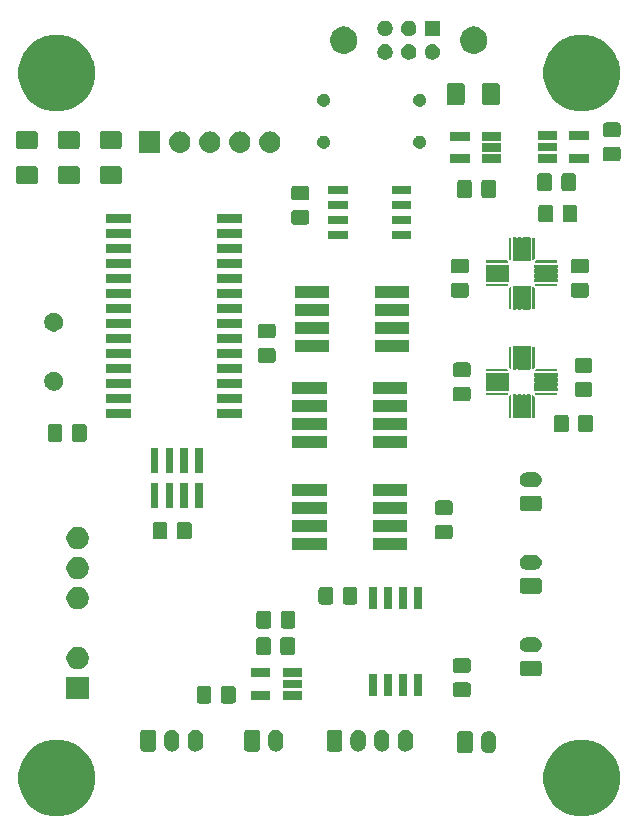
<source format=gts>
G04 #@! TF.GenerationSoftware,KiCad,Pcbnew,(5.0.0-3-g5ebb6b6)*
G04 #@! TF.CreationDate,2018-11-15T12:51:39-05:00*
G04 #@! TF.ProjectId,sensors,73656E736F72732E6B696361645F7063,rev?*
G04 #@! TF.SameCoordinates,Original*
G04 #@! TF.FileFunction,Soldermask,Top*
G04 #@! TF.FilePolarity,Negative*
%FSLAX46Y46*%
G04 Gerber Fmt 4.6, Leading zero omitted, Abs format (unit mm)*
G04 Created by KiCad (PCBNEW (5.0.0-3-g5ebb6b6)) date Thursday, November 15, 2018 at 12:51:39 PM*
%MOMM*%
%LPD*%
G01*
G04 APERTURE LIST*
%ADD10C,0.100000*%
G04 APERTURE END LIST*
D10*
G36*
X181288223Y-108634127D02*
X181879833Y-108879180D01*
X182412261Y-109234936D01*
X182865064Y-109687739D01*
X183220820Y-110220167D01*
X183465873Y-110811777D01*
X183590800Y-111439825D01*
X183590800Y-112080175D01*
X183465873Y-112708223D01*
X183220820Y-113299833D01*
X182865064Y-113832261D01*
X182412261Y-114285064D01*
X181879833Y-114640820D01*
X181879832Y-114640821D01*
X181879831Y-114640821D01*
X181288223Y-114885873D01*
X180660176Y-115010800D01*
X180019824Y-115010800D01*
X179391777Y-114885873D01*
X178800169Y-114640821D01*
X178800168Y-114640821D01*
X178800167Y-114640820D01*
X178267739Y-114285064D01*
X177814936Y-113832261D01*
X177459180Y-113299833D01*
X177214127Y-112708223D01*
X177089200Y-112080175D01*
X177089200Y-111439825D01*
X177214127Y-110811777D01*
X177459180Y-110220167D01*
X177814936Y-109687739D01*
X178267739Y-109234936D01*
X178800167Y-108879180D01*
X179391777Y-108634127D01*
X180019824Y-108509200D01*
X180660176Y-108509200D01*
X181288223Y-108634127D01*
X181288223Y-108634127D01*
G37*
G36*
X136838223Y-108634127D02*
X137429833Y-108879180D01*
X137962261Y-109234936D01*
X138415064Y-109687739D01*
X138770820Y-110220167D01*
X139015873Y-110811777D01*
X139140800Y-111439825D01*
X139140800Y-112080175D01*
X139015873Y-112708223D01*
X138770820Y-113299833D01*
X138415064Y-113832261D01*
X137962261Y-114285064D01*
X137429833Y-114640820D01*
X137429832Y-114640821D01*
X137429831Y-114640821D01*
X136838223Y-114885873D01*
X136210176Y-115010800D01*
X135569824Y-115010800D01*
X134941777Y-114885873D01*
X134350169Y-114640821D01*
X134350168Y-114640821D01*
X134350167Y-114640820D01*
X133817739Y-114285064D01*
X133364936Y-113832261D01*
X133009180Y-113299833D01*
X132764127Y-112708223D01*
X132639200Y-112080175D01*
X132639200Y-111439825D01*
X132764127Y-110811777D01*
X133009180Y-110220167D01*
X133364936Y-109687739D01*
X133817739Y-109234936D01*
X134350167Y-108879180D01*
X134941777Y-108634127D01*
X135569824Y-108509200D01*
X136210176Y-108509200D01*
X136838223Y-108634127D01*
X136838223Y-108634127D01*
G37*
G36*
X172582158Y-107800596D02*
X172704835Y-107837809D01*
X172817893Y-107898240D01*
X172916991Y-107979568D01*
X172998318Y-108078665D01*
X173058750Y-108191723D01*
X173095963Y-108314400D01*
X173105380Y-108410014D01*
X173105380Y-109023944D01*
X173095963Y-109119558D01*
X173058750Y-109242235D01*
X172998319Y-109355293D01*
X172916992Y-109454391D01*
X172817894Y-109535718D01*
X172704836Y-109596149D01*
X172582159Y-109633362D01*
X172454580Y-109645927D01*
X172327002Y-109633362D01*
X172204325Y-109596149D01*
X172091267Y-109535718D01*
X171992169Y-109454391D01*
X171923490Y-109370704D01*
X171910842Y-109355293D01*
X171877298Y-109292536D01*
X171850410Y-109242234D01*
X171813197Y-109119558D01*
X171803780Y-109023944D01*
X171803780Y-108410015D01*
X171813197Y-108314401D01*
X171850410Y-108191724D01*
X171910841Y-108078666D01*
X171992169Y-107979568D01*
X172091266Y-107898241D01*
X172204324Y-107837809D01*
X172327001Y-107800596D01*
X172454580Y-107788031D01*
X172582158Y-107800596D01*
X172582158Y-107800596D01*
G37*
G36*
X170922820Y-107795896D02*
X170965284Y-107808778D01*
X171004415Y-107829694D01*
X171038716Y-107857843D01*
X171066865Y-107892144D01*
X171087781Y-107931275D01*
X171100663Y-107973739D01*
X171105380Y-108021636D01*
X171105380Y-109412322D01*
X171100663Y-109460219D01*
X171087781Y-109502683D01*
X171066865Y-109541814D01*
X171038716Y-109576115D01*
X171004415Y-109604264D01*
X170965284Y-109625180D01*
X170922820Y-109638062D01*
X170874923Y-109642779D01*
X170034237Y-109642779D01*
X169986340Y-109638062D01*
X169943876Y-109625180D01*
X169904745Y-109604264D01*
X169870444Y-109576115D01*
X169842295Y-109541814D01*
X169821379Y-109502683D01*
X169808497Y-109460219D01*
X169803780Y-109412322D01*
X169803780Y-108021636D01*
X169808497Y-107973739D01*
X169821379Y-107931275D01*
X169842295Y-107892144D01*
X169870444Y-107857843D01*
X169904745Y-107829694D01*
X169943876Y-107808778D01*
X169986340Y-107795896D01*
X170034237Y-107791179D01*
X170874923Y-107791179D01*
X170922820Y-107795896D01*
X170922820Y-107795896D01*
G37*
G36*
X145764578Y-107668617D02*
X145887255Y-107705830D01*
X146000313Y-107766261D01*
X146099411Y-107847589D01*
X146180738Y-107946686D01*
X146241170Y-108059744D01*
X146278383Y-108182421D01*
X146287800Y-108278035D01*
X146287800Y-108891965D01*
X146278383Y-108987579D01*
X146241170Y-109110256D01*
X146180739Y-109223314D01*
X146099412Y-109322412D01*
X146000314Y-109403739D01*
X145887256Y-109464170D01*
X145764579Y-109501383D01*
X145637000Y-109513948D01*
X145509422Y-109501383D01*
X145386745Y-109464170D01*
X145273687Y-109403739D01*
X145174589Y-109322412D01*
X145118531Y-109254104D01*
X145093262Y-109223314D01*
X145072212Y-109183932D01*
X145032830Y-109110255D01*
X144995617Y-108987579D01*
X144986200Y-108891965D01*
X144986200Y-108278036D01*
X144995617Y-108182422D01*
X145032830Y-108059745D01*
X145093261Y-107946687D01*
X145174589Y-107847589D01*
X145273686Y-107766262D01*
X145386744Y-107705830D01*
X145509421Y-107668617D01*
X145637000Y-107656052D01*
X145764578Y-107668617D01*
X145764578Y-107668617D01*
G37*
G36*
X147764578Y-107668617D02*
X147887255Y-107705830D01*
X148000313Y-107766261D01*
X148099411Y-107847589D01*
X148180738Y-107946686D01*
X148241170Y-108059744D01*
X148278383Y-108182421D01*
X148287800Y-108278035D01*
X148287800Y-108891965D01*
X148278383Y-108987579D01*
X148241170Y-109110256D01*
X148180739Y-109223314D01*
X148099412Y-109322412D01*
X148000314Y-109403739D01*
X147887256Y-109464170D01*
X147764579Y-109501383D01*
X147637000Y-109513948D01*
X147509422Y-109501383D01*
X147386745Y-109464170D01*
X147273687Y-109403739D01*
X147174589Y-109322412D01*
X147118531Y-109254104D01*
X147093262Y-109223314D01*
X147072212Y-109183932D01*
X147032830Y-109110255D01*
X146995617Y-108987579D01*
X146986200Y-108891965D01*
X146986200Y-108278036D01*
X146995617Y-108182422D01*
X147032830Y-108059745D01*
X147093261Y-107946687D01*
X147174589Y-107847589D01*
X147273686Y-107766262D01*
X147386744Y-107705830D01*
X147509421Y-107668617D01*
X147637000Y-107656052D01*
X147764578Y-107668617D01*
X147764578Y-107668617D01*
G37*
G36*
X154559578Y-107668617D02*
X154682255Y-107705830D01*
X154795313Y-107766261D01*
X154894411Y-107847589D01*
X154975738Y-107946686D01*
X155036170Y-108059744D01*
X155073383Y-108182421D01*
X155082800Y-108278035D01*
X155082800Y-108891965D01*
X155073383Y-108987579D01*
X155036170Y-109110256D01*
X154975739Y-109223314D01*
X154894412Y-109322412D01*
X154795314Y-109403739D01*
X154682256Y-109464170D01*
X154559579Y-109501383D01*
X154432000Y-109513948D01*
X154304422Y-109501383D01*
X154181745Y-109464170D01*
X154068687Y-109403739D01*
X153969589Y-109322412D01*
X153913531Y-109254104D01*
X153888262Y-109223314D01*
X153867212Y-109183932D01*
X153827830Y-109110255D01*
X153790617Y-108987579D01*
X153781200Y-108891965D01*
X153781200Y-108278036D01*
X153790617Y-108182422D01*
X153827830Y-108059745D01*
X153888261Y-107946687D01*
X153969589Y-107847589D01*
X154068686Y-107766262D01*
X154181744Y-107705830D01*
X154304421Y-107668617D01*
X154432000Y-107656052D01*
X154559578Y-107668617D01*
X154559578Y-107668617D01*
G37*
G36*
X161544578Y-107668617D02*
X161667255Y-107705830D01*
X161780313Y-107766261D01*
X161879411Y-107847589D01*
X161960738Y-107946686D01*
X162021170Y-108059744D01*
X162058383Y-108182421D01*
X162067800Y-108278035D01*
X162067800Y-108891965D01*
X162058383Y-108987579D01*
X162021170Y-109110256D01*
X161960739Y-109223314D01*
X161879412Y-109322412D01*
X161780314Y-109403739D01*
X161667256Y-109464170D01*
X161544579Y-109501383D01*
X161417000Y-109513948D01*
X161289422Y-109501383D01*
X161166745Y-109464170D01*
X161053687Y-109403739D01*
X160954589Y-109322412D01*
X160898531Y-109254104D01*
X160873262Y-109223314D01*
X160852212Y-109183932D01*
X160812830Y-109110255D01*
X160775617Y-108987579D01*
X160766200Y-108891965D01*
X160766200Y-108278036D01*
X160775617Y-108182422D01*
X160812830Y-108059745D01*
X160873261Y-107946687D01*
X160954589Y-107847589D01*
X161053686Y-107766262D01*
X161166744Y-107705830D01*
X161289421Y-107668617D01*
X161417000Y-107656052D01*
X161544578Y-107668617D01*
X161544578Y-107668617D01*
G37*
G36*
X163544578Y-107668617D02*
X163667255Y-107705830D01*
X163780313Y-107766261D01*
X163879411Y-107847589D01*
X163960738Y-107946686D01*
X164021170Y-108059744D01*
X164058383Y-108182421D01*
X164067800Y-108278035D01*
X164067800Y-108891965D01*
X164058383Y-108987579D01*
X164021170Y-109110256D01*
X163960739Y-109223314D01*
X163879412Y-109322412D01*
X163780314Y-109403739D01*
X163667256Y-109464170D01*
X163544579Y-109501383D01*
X163417000Y-109513948D01*
X163289422Y-109501383D01*
X163166745Y-109464170D01*
X163053687Y-109403739D01*
X162954589Y-109322412D01*
X162898531Y-109254104D01*
X162873262Y-109223314D01*
X162852212Y-109183932D01*
X162812830Y-109110255D01*
X162775617Y-108987579D01*
X162766200Y-108891965D01*
X162766200Y-108278036D01*
X162775617Y-108182422D01*
X162812830Y-108059745D01*
X162873261Y-107946687D01*
X162954589Y-107847589D01*
X163053686Y-107766262D01*
X163166744Y-107705830D01*
X163289421Y-107668617D01*
X163417000Y-107656052D01*
X163544578Y-107668617D01*
X163544578Y-107668617D01*
G37*
G36*
X165544578Y-107668617D02*
X165667255Y-107705830D01*
X165780313Y-107766261D01*
X165879411Y-107847589D01*
X165960738Y-107946686D01*
X166021170Y-108059744D01*
X166058383Y-108182421D01*
X166067800Y-108278035D01*
X166067800Y-108891965D01*
X166058383Y-108987579D01*
X166021170Y-109110256D01*
X165960739Y-109223314D01*
X165879412Y-109322412D01*
X165780314Y-109403739D01*
X165667256Y-109464170D01*
X165544579Y-109501383D01*
X165417000Y-109513948D01*
X165289422Y-109501383D01*
X165166745Y-109464170D01*
X165053687Y-109403739D01*
X164954589Y-109322412D01*
X164898531Y-109254104D01*
X164873262Y-109223314D01*
X164852212Y-109183932D01*
X164812830Y-109110255D01*
X164775617Y-108987579D01*
X164766200Y-108891965D01*
X164766200Y-108278036D01*
X164775617Y-108182422D01*
X164812830Y-108059745D01*
X164873261Y-107946687D01*
X164954589Y-107847589D01*
X165053686Y-107766262D01*
X165166744Y-107705830D01*
X165289421Y-107668617D01*
X165417000Y-107656052D01*
X165544578Y-107668617D01*
X165544578Y-107668617D01*
G37*
G36*
X159885240Y-107663917D02*
X159927704Y-107676799D01*
X159966835Y-107697715D01*
X160001136Y-107725864D01*
X160029285Y-107760165D01*
X160050201Y-107799296D01*
X160063083Y-107841760D01*
X160067800Y-107889657D01*
X160067800Y-109280343D01*
X160063083Y-109328240D01*
X160050201Y-109370704D01*
X160029285Y-109409835D01*
X160001136Y-109444136D01*
X159966835Y-109472285D01*
X159927704Y-109493201D01*
X159885240Y-109506083D01*
X159837343Y-109510800D01*
X158996657Y-109510800D01*
X158948760Y-109506083D01*
X158906296Y-109493201D01*
X158867165Y-109472285D01*
X158832864Y-109444136D01*
X158804715Y-109409835D01*
X158783799Y-109370704D01*
X158770917Y-109328240D01*
X158766200Y-109280343D01*
X158766200Y-107889657D01*
X158770917Y-107841760D01*
X158783799Y-107799296D01*
X158804715Y-107760165D01*
X158832864Y-107725864D01*
X158867165Y-107697715D01*
X158906296Y-107676799D01*
X158948760Y-107663917D01*
X158996657Y-107659200D01*
X159837343Y-107659200D01*
X159885240Y-107663917D01*
X159885240Y-107663917D01*
G37*
G36*
X152900240Y-107663917D02*
X152942704Y-107676799D01*
X152981835Y-107697715D01*
X153016136Y-107725864D01*
X153044285Y-107760165D01*
X153065201Y-107799296D01*
X153078083Y-107841760D01*
X153082800Y-107889657D01*
X153082800Y-109280343D01*
X153078083Y-109328240D01*
X153065201Y-109370704D01*
X153044285Y-109409835D01*
X153016136Y-109444136D01*
X152981835Y-109472285D01*
X152942704Y-109493201D01*
X152900240Y-109506083D01*
X152852343Y-109510800D01*
X152011657Y-109510800D01*
X151963760Y-109506083D01*
X151921296Y-109493201D01*
X151882165Y-109472285D01*
X151847864Y-109444136D01*
X151819715Y-109409835D01*
X151798799Y-109370704D01*
X151785917Y-109328240D01*
X151781200Y-109280343D01*
X151781200Y-107889657D01*
X151785917Y-107841760D01*
X151798799Y-107799296D01*
X151819715Y-107760165D01*
X151847864Y-107725864D01*
X151882165Y-107697715D01*
X151921296Y-107676799D01*
X151963760Y-107663917D01*
X152011657Y-107659200D01*
X152852343Y-107659200D01*
X152900240Y-107663917D01*
X152900240Y-107663917D01*
G37*
G36*
X144105240Y-107663917D02*
X144147704Y-107676799D01*
X144186835Y-107697715D01*
X144221136Y-107725864D01*
X144249285Y-107760165D01*
X144270201Y-107799296D01*
X144283083Y-107841760D01*
X144287800Y-107889657D01*
X144287800Y-109280343D01*
X144283083Y-109328240D01*
X144270201Y-109370704D01*
X144249285Y-109409835D01*
X144221136Y-109444136D01*
X144186835Y-109472285D01*
X144147704Y-109493201D01*
X144105240Y-109506083D01*
X144057343Y-109510800D01*
X143216657Y-109510800D01*
X143168760Y-109506083D01*
X143126296Y-109493201D01*
X143087165Y-109472285D01*
X143052864Y-109444136D01*
X143024715Y-109409835D01*
X143003799Y-109370704D01*
X142990917Y-109328240D01*
X142986200Y-109280343D01*
X142986200Y-107889657D01*
X142990917Y-107841760D01*
X143003799Y-107799296D01*
X143024715Y-107760165D01*
X143052864Y-107725864D01*
X143087165Y-107697715D01*
X143126296Y-107676799D01*
X143168760Y-107663917D01*
X143216657Y-107659200D01*
X144057343Y-107659200D01*
X144105240Y-107663917D01*
X144105240Y-107663917D01*
G37*
G36*
X148810191Y-103952762D02*
X148853086Y-103965774D01*
X148892612Y-103986901D01*
X148927262Y-104015338D01*
X148955699Y-104049988D01*
X148976826Y-104089514D01*
X148989838Y-104132409D01*
X148994600Y-104180759D01*
X148994600Y-105216841D01*
X148989838Y-105265191D01*
X148976826Y-105308086D01*
X148955699Y-105347612D01*
X148927262Y-105382262D01*
X148892612Y-105410699D01*
X148853086Y-105431826D01*
X148810191Y-105444838D01*
X148761841Y-105449600D01*
X147975759Y-105449600D01*
X147927409Y-105444838D01*
X147884514Y-105431826D01*
X147844988Y-105410699D01*
X147810338Y-105382262D01*
X147781901Y-105347612D01*
X147760774Y-105308086D01*
X147747762Y-105265191D01*
X147743000Y-105216841D01*
X147743000Y-104180759D01*
X147747762Y-104132409D01*
X147760774Y-104089514D01*
X147781901Y-104049988D01*
X147810338Y-104015338D01*
X147844988Y-103986901D01*
X147884514Y-103965774D01*
X147927409Y-103952762D01*
X147975759Y-103948000D01*
X148761841Y-103948000D01*
X148810191Y-103952762D01*
X148810191Y-103952762D01*
G37*
G36*
X150860191Y-103952762D02*
X150903086Y-103965774D01*
X150942612Y-103986901D01*
X150977262Y-104015338D01*
X151005699Y-104049988D01*
X151026826Y-104089514D01*
X151039838Y-104132409D01*
X151044600Y-104180759D01*
X151044600Y-105216841D01*
X151039838Y-105265191D01*
X151026826Y-105308086D01*
X151005699Y-105347612D01*
X150977262Y-105382262D01*
X150942612Y-105410699D01*
X150903086Y-105431826D01*
X150860191Y-105444838D01*
X150811841Y-105449600D01*
X150025759Y-105449600D01*
X149977409Y-105444838D01*
X149934514Y-105431826D01*
X149894988Y-105410699D01*
X149860338Y-105382262D01*
X149831901Y-105347612D01*
X149810774Y-105308086D01*
X149797762Y-105265191D01*
X149793000Y-105216841D01*
X149793000Y-104180759D01*
X149797762Y-104132409D01*
X149810774Y-104089514D01*
X149831901Y-104049988D01*
X149860338Y-104015338D01*
X149894988Y-103986901D01*
X149934514Y-103965774D01*
X149977409Y-103952762D01*
X150025759Y-103948000D01*
X150811841Y-103948000D01*
X150860191Y-103952762D01*
X150860191Y-103952762D01*
G37*
G36*
X153985200Y-105125400D02*
X152323600Y-105125400D01*
X152323600Y-104373800D01*
X153985200Y-104373800D01*
X153985200Y-105125400D01*
X153985200Y-105125400D01*
G37*
G36*
X156685200Y-105125400D02*
X155023600Y-105125400D01*
X155023600Y-104373800D01*
X156685200Y-104373800D01*
X156685200Y-105125400D01*
X156685200Y-105125400D01*
G37*
G36*
X138618800Y-105090800D02*
X136717200Y-105090800D01*
X136717200Y-103189200D01*
X138618800Y-103189200D01*
X138618800Y-105090800D01*
X138618800Y-105090800D01*
G37*
G36*
X170754391Y-103654962D02*
X170797286Y-103667974D01*
X170836812Y-103689101D01*
X170871462Y-103717538D01*
X170899899Y-103752188D01*
X170921026Y-103791714D01*
X170934038Y-103834609D01*
X170938800Y-103882959D01*
X170938800Y-104669041D01*
X170934038Y-104717391D01*
X170921026Y-104760286D01*
X170899899Y-104799812D01*
X170871462Y-104834462D01*
X170836812Y-104862899D01*
X170797286Y-104884026D01*
X170754391Y-104897038D01*
X170706041Y-104901800D01*
X169669959Y-104901800D01*
X169621609Y-104897038D01*
X169578714Y-104884026D01*
X169539188Y-104862899D01*
X169504538Y-104834462D01*
X169476101Y-104799812D01*
X169454974Y-104760286D01*
X169441962Y-104717391D01*
X169437200Y-104669041D01*
X169437200Y-103882959D01*
X169441962Y-103834609D01*
X169454974Y-103791714D01*
X169476101Y-103752188D01*
X169504538Y-103717538D01*
X169539188Y-103689101D01*
X169578714Y-103667974D01*
X169621609Y-103654962D01*
X169669959Y-103650200D01*
X170706041Y-103650200D01*
X170754391Y-103654962D01*
X170754391Y-103654962D01*
G37*
G36*
X163020800Y-104837800D02*
X162369200Y-104837800D01*
X162369200Y-102986200D01*
X163020800Y-102986200D01*
X163020800Y-104837800D01*
X163020800Y-104837800D01*
G37*
G36*
X164290800Y-104837800D02*
X163639200Y-104837800D01*
X163639200Y-102986200D01*
X164290800Y-102986200D01*
X164290800Y-104837800D01*
X164290800Y-104837800D01*
G37*
G36*
X165560800Y-104837800D02*
X164909200Y-104837800D01*
X164909200Y-102986200D01*
X165560800Y-102986200D01*
X165560800Y-104837800D01*
X165560800Y-104837800D01*
G37*
G36*
X166830800Y-104837800D02*
X166179200Y-104837800D01*
X166179200Y-102986200D01*
X166830800Y-102986200D01*
X166830800Y-104837800D01*
X166830800Y-104837800D01*
G37*
G36*
X156685200Y-104175400D02*
X155023600Y-104175400D01*
X155023600Y-103423800D01*
X156685200Y-103423800D01*
X156685200Y-104175400D01*
X156685200Y-104175400D01*
G37*
G36*
X153985200Y-103225400D02*
X152323600Y-103225400D01*
X152323600Y-102473800D01*
X153985200Y-102473800D01*
X153985200Y-103225400D01*
X153985200Y-103225400D01*
G37*
G36*
X156685200Y-103225400D02*
X155023600Y-103225400D01*
X155023600Y-102473800D01*
X156685200Y-102473800D01*
X156685200Y-103225400D01*
X156685200Y-103225400D01*
G37*
G36*
X176770219Y-101822337D02*
X176812683Y-101835219D01*
X176851814Y-101856135D01*
X176886115Y-101884284D01*
X176914264Y-101918585D01*
X176935180Y-101957716D01*
X176948062Y-102000180D01*
X176952779Y-102048077D01*
X176952779Y-102888763D01*
X176948062Y-102936660D01*
X176935180Y-102979124D01*
X176914264Y-103018255D01*
X176886115Y-103052556D01*
X176851814Y-103080705D01*
X176812683Y-103101621D01*
X176770219Y-103114503D01*
X176722322Y-103119220D01*
X175331636Y-103119220D01*
X175283739Y-103114503D01*
X175241275Y-103101621D01*
X175202144Y-103080705D01*
X175167843Y-103052556D01*
X175139694Y-103018255D01*
X175118778Y-102979124D01*
X175105896Y-102936660D01*
X175101179Y-102888763D01*
X175101179Y-102048077D01*
X175105896Y-102000180D01*
X175118778Y-101957716D01*
X175139694Y-101918585D01*
X175167843Y-101884284D01*
X175202144Y-101856135D01*
X175241275Y-101835219D01*
X175283739Y-101822337D01*
X175331636Y-101817620D01*
X176722322Y-101817620D01*
X176770219Y-101822337D01*
X176770219Y-101822337D01*
G37*
G36*
X170754391Y-101604962D02*
X170797286Y-101617974D01*
X170836812Y-101639101D01*
X170871462Y-101667538D01*
X170899899Y-101702188D01*
X170921026Y-101741714D01*
X170934038Y-101784609D01*
X170938800Y-101832959D01*
X170938800Y-102619041D01*
X170934038Y-102667391D01*
X170921026Y-102710286D01*
X170899899Y-102749812D01*
X170871462Y-102784462D01*
X170836812Y-102812899D01*
X170797286Y-102834026D01*
X170754391Y-102847038D01*
X170706041Y-102851800D01*
X169669959Y-102851800D01*
X169621609Y-102847038D01*
X169578714Y-102834026D01*
X169539188Y-102812899D01*
X169504538Y-102784462D01*
X169476101Y-102749812D01*
X169454974Y-102710286D01*
X169441962Y-102667391D01*
X169437200Y-102619041D01*
X169437200Y-101832959D01*
X169441962Y-101784609D01*
X169454974Y-101741714D01*
X169476101Y-101702188D01*
X169504538Y-101667538D01*
X169539188Y-101639101D01*
X169578714Y-101617974D01*
X169621609Y-101604962D01*
X169669959Y-101600200D01*
X170706041Y-101600200D01*
X170754391Y-101604962D01*
X170754391Y-101604962D01*
G37*
G36*
X137945338Y-100685738D02*
X138118373Y-100757412D01*
X138274100Y-100861465D01*
X138406535Y-100993900D01*
X138510588Y-101149627D01*
X138582262Y-101322662D01*
X138618800Y-101506354D01*
X138618800Y-101693646D01*
X138582262Y-101877338D01*
X138510588Y-102050373D01*
X138406535Y-102206100D01*
X138274100Y-102338535D01*
X138118373Y-102442588D01*
X137945338Y-102514262D01*
X137761646Y-102550800D01*
X137574354Y-102550800D01*
X137390662Y-102514262D01*
X137217627Y-102442588D01*
X137061900Y-102338535D01*
X136929465Y-102206100D01*
X136825412Y-102050373D01*
X136753738Y-101877338D01*
X136717200Y-101693646D01*
X136717200Y-101506354D01*
X136753738Y-101322662D01*
X136825412Y-101149627D01*
X136929465Y-100993900D01*
X137061900Y-100861465D01*
X137217627Y-100757412D01*
X137390662Y-100685738D01*
X137574354Y-100649200D01*
X137761646Y-100649200D01*
X137945338Y-100685738D01*
X137945338Y-100685738D01*
G37*
G36*
X155889391Y-99837962D02*
X155932286Y-99850974D01*
X155971812Y-99872101D01*
X156006462Y-99900538D01*
X156034899Y-99935188D01*
X156056026Y-99974714D01*
X156069038Y-100017609D01*
X156073800Y-100065959D01*
X156073800Y-101102041D01*
X156069038Y-101150391D01*
X156056026Y-101193286D01*
X156034899Y-101232812D01*
X156006462Y-101267462D01*
X155971812Y-101295899D01*
X155932286Y-101317026D01*
X155889391Y-101330038D01*
X155841041Y-101334800D01*
X155054959Y-101334800D01*
X155006609Y-101330038D01*
X154963714Y-101317026D01*
X154924188Y-101295899D01*
X154889538Y-101267462D01*
X154861101Y-101232812D01*
X154839974Y-101193286D01*
X154826962Y-101150391D01*
X154822200Y-101102041D01*
X154822200Y-100065959D01*
X154826962Y-100017609D01*
X154839974Y-99974714D01*
X154861101Y-99935188D01*
X154889538Y-99900538D01*
X154924188Y-99872101D01*
X154963714Y-99850974D01*
X155006609Y-99837962D01*
X155054959Y-99833200D01*
X155841041Y-99833200D01*
X155889391Y-99837962D01*
X155889391Y-99837962D01*
G37*
G36*
X153839391Y-99837962D02*
X153882286Y-99850974D01*
X153921812Y-99872101D01*
X153956462Y-99900538D01*
X153984899Y-99935188D01*
X154006026Y-99974714D01*
X154019038Y-100017609D01*
X154023800Y-100065959D01*
X154023800Y-101102041D01*
X154019038Y-101150391D01*
X154006026Y-101193286D01*
X153984899Y-101232812D01*
X153956462Y-101267462D01*
X153921812Y-101295899D01*
X153882286Y-101317026D01*
X153839391Y-101330038D01*
X153791041Y-101334800D01*
X153004959Y-101334800D01*
X152956609Y-101330038D01*
X152913714Y-101317026D01*
X152874188Y-101295899D01*
X152839538Y-101267462D01*
X152811101Y-101232812D01*
X152789974Y-101193286D01*
X152776962Y-101150391D01*
X152772200Y-101102041D01*
X152772200Y-100065959D01*
X152776962Y-100017609D01*
X152789974Y-99974714D01*
X152811101Y-99935188D01*
X152839538Y-99900538D01*
X152874188Y-99872101D01*
X152913714Y-99850974D01*
X152956609Y-99837962D01*
X153004959Y-99833200D01*
X153791041Y-99833200D01*
X153839391Y-99837962D01*
X153839391Y-99837962D01*
G37*
G36*
X176429558Y-99827037D02*
X176552235Y-99864250D01*
X176665293Y-99924681D01*
X176764391Y-100006008D01*
X176845718Y-100105106D01*
X176906149Y-100218164D01*
X176943362Y-100340841D01*
X176955927Y-100468420D01*
X176943362Y-100595999D01*
X176906149Y-100718676D01*
X176845718Y-100831734D01*
X176764391Y-100930832D01*
X176665293Y-101012159D01*
X176552235Y-101072590D01*
X176429558Y-101109803D01*
X176333944Y-101119220D01*
X175720014Y-101119220D01*
X175624400Y-101109803D01*
X175501723Y-101072590D01*
X175388665Y-101012159D01*
X175289567Y-100930832D01*
X175208240Y-100831734D01*
X175147809Y-100718676D01*
X175110596Y-100595999D01*
X175098031Y-100468420D01*
X175110596Y-100340841D01*
X175147809Y-100218164D01*
X175208240Y-100105106D01*
X175289567Y-100006008D01*
X175388665Y-99924681D01*
X175501723Y-99864250D01*
X175624400Y-99827037D01*
X175720014Y-99817620D01*
X176333944Y-99817620D01*
X176429558Y-99827037D01*
X176429558Y-99827037D01*
G37*
G36*
X155907391Y-97602762D02*
X155950286Y-97615774D01*
X155989812Y-97636901D01*
X156024462Y-97665338D01*
X156052899Y-97699988D01*
X156074026Y-97739514D01*
X156087038Y-97782409D01*
X156091800Y-97830759D01*
X156091800Y-98866841D01*
X156087038Y-98915191D01*
X156074026Y-98958086D01*
X156052899Y-98997612D01*
X156024462Y-99032262D01*
X155989812Y-99060699D01*
X155950286Y-99081826D01*
X155907391Y-99094838D01*
X155859041Y-99099600D01*
X155072959Y-99099600D01*
X155024609Y-99094838D01*
X154981714Y-99081826D01*
X154942188Y-99060699D01*
X154907538Y-99032262D01*
X154879101Y-98997612D01*
X154857974Y-98958086D01*
X154844962Y-98915191D01*
X154840200Y-98866841D01*
X154840200Y-97830759D01*
X154844962Y-97782409D01*
X154857974Y-97739514D01*
X154879101Y-97699988D01*
X154907538Y-97665338D01*
X154942188Y-97636901D01*
X154981714Y-97615774D01*
X155024609Y-97602762D01*
X155072959Y-97598000D01*
X155859041Y-97598000D01*
X155907391Y-97602762D01*
X155907391Y-97602762D01*
G37*
G36*
X153857391Y-97602762D02*
X153900286Y-97615774D01*
X153939812Y-97636901D01*
X153974462Y-97665338D01*
X154002899Y-97699988D01*
X154024026Y-97739514D01*
X154037038Y-97782409D01*
X154041800Y-97830759D01*
X154041800Y-98866841D01*
X154037038Y-98915191D01*
X154024026Y-98958086D01*
X154002899Y-98997612D01*
X153974462Y-99032262D01*
X153939812Y-99060699D01*
X153900286Y-99081826D01*
X153857391Y-99094838D01*
X153809041Y-99099600D01*
X153022959Y-99099600D01*
X152974609Y-99094838D01*
X152931714Y-99081826D01*
X152892188Y-99060699D01*
X152857538Y-99032262D01*
X152829101Y-98997612D01*
X152807974Y-98958086D01*
X152794962Y-98915191D01*
X152790200Y-98866841D01*
X152790200Y-97830759D01*
X152794962Y-97782409D01*
X152807974Y-97739514D01*
X152829101Y-97699988D01*
X152857538Y-97665338D01*
X152892188Y-97636901D01*
X152931714Y-97615774D01*
X152974609Y-97602762D01*
X153022959Y-97598000D01*
X153809041Y-97598000D01*
X153857391Y-97602762D01*
X153857391Y-97602762D01*
G37*
G36*
X137945338Y-95605738D02*
X138118373Y-95677412D01*
X138274100Y-95781465D01*
X138406535Y-95913900D01*
X138510588Y-96069627D01*
X138582262Y-96242662D01*
X138618800Y-96426354D01*
X138618800Y-96613646D01*
X138582262Y-96797338D01*
X138510588Y-96970373D01*
X138406535Y-97126100D01*
X138274100Y-97258535D01*
X138118373Y-97362588D01*
X137945338Y-97434262D01*
X137761646Y-97470800D01*
X137574354Y-97470800D01*
X137390662Y-97434262D01*
X137217627Y-97362588D01*
X137061900Y-97258535D01*
X136929465Y-97126100D01*
X136825412Y-96970373D01*
X136753738Y-96797338D01*
X136717200Y-96613646D01*
X136717200Y-96426354D01*
X136753738Y-96242662D01*
X136825412Y-96069627D01*
X136929465Y-95913900D01*
X137061900Y-95781465D01*
X137217627Y-95677412D01*
X137390662Y-95605738D01*
X137574354Y-95569200D01*
X137761646Y-95569200D01*
X137945338Y-95605738D01*
X137945338Y-95605738D01*
G37*
G36*
X163020800Y-97437800D02*
X162369200Y-97437800D01*
X162369200Y-95586200D01*
X163020800Y-95586200D01*
X163020800Y-97437800D01*
X163020800Y-97437800D01*
G37*
G36*
X164290800Y-97437800D02*
X163639200Y-97437800D01*
X163639200Y-95586200D01*
X164290800Y-95586200D01*
X164290800Y-97437800D01*
X164290800Y-97437800D01*
G37*
G36*
X165560800Y-97437800D02*
X164909200Y-97437800D01*
X164909200Y-95586200D01*
X165560800Y-95586200D01*
X165560800Y-97437800D01*
X165560800Y-97437800D01*
G37*
G36*
X166830800Y-97437800D02*
X166179200Y-97437800D01*
X166179200Y-95586200D01*
X166830800Y-95586200D01*
X166830800Y-97437800D01*
X166830800Y-97437800D01*
G37*
G36*
X159122591Y-95570762D02*
X159165486Y-95583774D01*
X159205012Y-95604901D01*
X159239662Y-95633338D01*
X159268099Y-95667988D01*
X159289226Y-95707514D01*
X159302238Y-95750409D01*
X159307000Y-95798759D01*
X159307000Y-96834841D01*
X159302238Y-96883191D01*
X159289226Y-96926086D01*
X159268099Y-96965612D01*
X159239662Y-97000262D01*
X159205012Y-97028699D01*
X159165486Y-97049826D01*
X159122591Y-97062838D01*
X159074241Y-97067600D01*
X158288159Y-97067600D01*
X158239809Y-97062838D01*
X158196914Y-97049826D01*
X158157388Y-97028699D01*
X158122738Y-97000262D01*
X158094301Y-96965612D01*
X158073174Y-96926086D01*
X158060162Y-96883191D01*
X158055400Y-96834841D01*
X158055400Y-95798759D01*
X158060162Y-95750409D01*
X158073174Y-95707514D01*
X158094301Y-95667988D01*
X158122738Y-95633338D01*
X158157388Y-95604901D01*
X158196914Y-95583774D01*
X158239809Y-95570762D01*
X158288159Y-95566000D01*
X159074241Y-95566000D01*
X159122591Y-95570762D01*
X159122591Y-95570762D01*
G37*
G36*
X161172591Y-95570762D02*
X161215486Y-95583774D01*
X161255012Y-95604901D01*
X161289662Y-95633338D01*
X161318099Y-95667988D01*
X161339226Y-95707514D01*
X161352238Y-95750409D01*
X161357000Y-95798759D01*
X161357000Y-96834841D01*
X161352238Y-96883191D01*
X161339226Y-96926086D01*
X161318099Y-96965612D01*
X161289662Y-97000262D01*
X161255012Y-97028699D01*
X161215486Y-97049826D01*
X161172591Y-97062838D01*
X161124241Y-97067600D01*
X160338159Y-97067600D01*
X160289809Y-97062838D01*
X160246914Y-97049826D01*
X160207388Y-97028699D01*
X160172738Y-97000262D01*
X160144301Y-96965612D01*
X160123174Y-96926086D01*
X160110162Y-96883191D01*
X160105400Y-96834841D01*
X160105400Y-95798759D01*
X160110162Y-95750409D01*
X160123174Y-95707514D01*
X160144301Y-95667988D01*
X160172738Y-95633338D01*
X160207388Y-95604901D01*
X160246914Y-95583774D01*
X160289809Y-95570762D01*
X160338159Y-95566000D01*
X161124241Y-95566000D01*
X161172591Y-95570762D01*
X161172591Y-95570762D01*
G37*
G36*
X176770219Y-94837337D02*
X176812683Y-94850219D01*
X176851814Y-94871135D01*
X176886115Y-94899284D01*
X176914264Y-94933585D01*
X176935180Y-94972716D01*
X176948062Y-95015180D01*
X176952779Y-95063077D01*
X176952779Y-95903763D01*
X176948062Y-95951660D01*
X176935180Y-95994124D01*
X176914264Y-96033255D01*
X176886115Y-96067556D01*
X176851814Y-96095705D01*
X176812683Y-96116621D01*
X176770219Y-96129503D01*
X176722322Y-96134220D01*
X175331636Y-96134220D01*
X175283739Y-96129503D01*
X175241275Y-96116621D01*
X175202144Y-96095705D01*
X175167843Y-96067556D01*
X175139694Y-96033255D01*
X175118778Y-95994124D01*
X175105896Y-95951660D01*
X175101179Y-95903763D01*
X175101179Y-95063077D01*
X175105896Y-95015180D01*
X175118778Y-94972716D01*
X175139694Y-94933585D01*
X175167843Y-94899284D01*
X175202144Y-94871135D01*
X175241275Y-94850219D01*
X175283739Y-94837337D01*
X175331636Y-94832620D01*
X176722322Y-94832620D01*
X176770219Y-94837337D01*
X176770219Y-94837337D01*
G37*
G36*
X137945338Y-93065738D02*
X138118373Y-93137412D01*
X138274100Y-93241465D01*
X138406535Y-93373900D01*
X138510588Y-93529627D01*
X138582262Y-93702662D01*
X138618800Y-93886354D01*
X138618800Y-94073646D01*
X138582262Y-94257338D01*
X138510588Y-94430373D01*
X138406535Y-94586100D01*
X138274100Y-94718535D01*
X138118373Y-94822588D01*
X137945338Y-94894262D01*
X137761646Y-94930800D01*
X137574354Y-94930800D01*
X137390662Y-94894262D01*
X137217627Y-94822588D01*
X137061900Y-94718535D01*
X136929465Y-94586100D01*
X136825412Y-94430373D01*
X136753738Y-94257338D01*
X136717200Y-94073646D01*
X136717200Y-93886354D01*
X136753738Y-93702662D01*
X136825412Y-93529627D01*
X136929465Y-93373900D01*
X137061900Y-93241465D01*
X137217627Y-93137412D01*
X137390662Y-93065738D01*
X137574354Y-93029200D01*
X137761646Y-93029200D01*
X137945338Y-93065738D01*
X137945338Y-93065738D01*
G37*
G36*
X176429558Y-92842037D02*
X176552235Y-92879250D01*
X176665293Y-92939681D01*
X176764391Y-93021008D01*
X176845718Y-93120106D01*
X176906149Y-93233164D01*
X176943362Y-93355841D01*
X176955927Y-93483420D01*
X176943362Y-93610999D01*
X176906149Y-93733676D01*
X176845718Y-93846734D01*
X176764391Y-93945832D01*
X176665293Y-94027159D01*
X176552235Y-94087590D01*
X176429558Y-94124803D01*
X176333944Y-94134220D01*
X175720014Y-94134220D01*
X175624400Y-94124803D01*
X175501723Y-94087590D01*
X175388665Y-94027159D01*
X175289567Y-93945832D01*
X175208240Y-93846734D01*
X175147809Y-93733676D01*
X175110596Y-93610999D01*
X175098031Y-93483420D01*
X175110596Y-93355841D01*
X175147809Y-93233164D01*
X175208240Y-93120106D01*
X175289567Y-93021008D01*
X175388665Y-92939681D01*
X175501723Y-92879250D01*
X175624400Y-92842037D01*
X175720014Y-92832620D01*
X176333944Y-92832620D01*
X176429558Y-92842037D01*
X176429558Y-92842037D01*
G37*
G36*
X165534800Y-92465800D02*
X162633200Y-92465800D01*
X162633200Y-91414200D01*
X165534800Y-91414200D01*
X165534800Y-92465800D01*
X165534800Y-92465800D01*
G37*
G36*
X158734800Y-92465800D02*
X155833200Y-92465800D01*
X155833200Y-91414200D01*
X158734800Y-91414200D01*
X158734800Y-92465800D01*
X158734800Y-92465800D01*
G37*
G36*
X137945338Y-90525738D02*
X138118373Y-90597412D01*
X138274100Y-90701465D01*
X138406535Y-90833900D01*
X138510588Y-90989627D01*
X138582262Y-91162662D01*
X138618800Y-91346354D01*
X138618800Y-91533646D01*
X138582262Y-91717338D01*
X138510588Y-91890373D01*
X138406535Y-92046100D01*
X138274100Y-92178535D01*
X138118373Y-92282588D01*
X137945338Y-92354262D01*
X137761646Y-92390800D01*
X137574354Y-92390800D01*
X137390662Y-92354262D01*
X137217627Y-92282588D01*
X137061900Y-92178535D01*
X136929465Y-92046100D01*
X136825412Y-91890373D01*
X136753738Y-91717338D01*
X136717200Y-91533646D01*
X136717200Y-91346354D01*
X136753738Y-91162662D01*
X136825412Y-90989627D01*
X136929465Y-90833900D01*
X137061900Y-90701465D01*
X137217627Y-90597412D01*
X137390662Y-90525738D01*
X137574354Y-90489200D01*
X137761646Y-90489200D01*
X137945338Y-90525738D01*
X137945338Y-90525738D01*
G37*
G36*
X169222391Y-90310962D02*
X169265286Y-90323974D01*
X169304812Y-90345101D01*
X169339462Y-90373538D01*
X169367899Y-90408188D01*
X169389026Y-90447714D01*
X169402038Y-90490609D01*
X169406800Y-90538959D01*
X169406800Y-91325041D01*
X169402038Y-91373391D01*
X169389026Y-91416286D01*
X169367899Y-91455812D01*
X169339462Y-91490462D01*
X169304812Y-91518899D01*
X169265286Y-91540026D01*
X169222391Y-91553038D01*
X169174041Y-91557800D01*
X168137959Y-91557800D01*
X168089609Y-91553038D01*
X168046714Y-91540026D01*
X168007188Y-91518899D01*
X167972538Y-91490462D01*
X167944101Y-91455812D01*
X167922974Y-91416286D01*
X167909962Y-91373391D01*
X167905200Y-91325041D01*
X167905200Y-90538959D01*
X167909962Y-90490609D01*
X167922974Y-90447714D01*
X167944101Y-90408188D01*
X167972538Y-90373538D01*
X168007188Y-90345101D01*
X168046714Y-90323974D01*
X168089609Y-90310962D01*
X168137959Y-90306200D01*
X169174041Y-90306200D01*
X169222391Y-90310962D01*
X169222391Y-90310962D01*
G37*
G36*
X147126391Y-90058962D02*
X147169286Y-90071974D01*
X147208812Y-90093101D01*
X147243462Y-90121538D01*
X147271899Y-90156188D01*
X147293026Y-90195714D01*
X147306038Y-90238609D01*
X147310800Y-90286959D01*
X147310800Y-91323041D01*
X147306038Y-91371391D01*
X147293026Y-91414286D01*
X147271899Y-91453812D01*
X147243462Y-91488462D01*
X147208812Y-91516899D01*
X147169286Y-91538026D01*
X147126391Y-91551038D01*
X147078041Y-91555800D01*
X146291959Y-91555800D01*
X146243609Y-91551038D01*
X146200714Y-91538026D01*
X146161188Y-91516899D01*
X146126538Y-91488462D01*
X146098101Y-91453812D01*
X146076974Y-91414286D01*
X146063962Y-91371391D01*
X146059200Y-91323041D01*
X146059200Y-90286959D01*
X146063962Y-90238609D01*
X146076974Y-90195714D01*
X146098101Y-90156188D01*
X146126538Y-90121538D01*
X146161188Y-90093101D01*
X146200714Y-90071974D01*
X146243609Y-90058962D01*
X146291959Y-90054200D01*
X147078041Y-90054200D01*
X147126391Y-90058962D01*
X147126391Y-90058962D01*
G37*
G36*
X145076391Y-90058962D02*
X145119286Y-90071974D01*
X145158812Y-90093101D01*
X145193462Y-90121538D01*
X145221899Y-90156188D01*
X145243026Y-90195714D01*
X145256038Y-90238609D01*
X145260800Y-90286959D01*
X145260800Y-91323041D01*
X145256038Y-91371391D01*
X145243026Y-91414286D01*
X145221899Y-91453812D01*
X145193462Y-91488462D01*
X145158812Y-91516899D01*
X145119286Y-91538026D01*
X145076391Y-91551038D01*
X145028041Y-91555800D01*
X144241959Y-91555800D01*
X144193609Y-91551038D01*
X144150714Y-91538026D01*
X144111188Y-91516899D01*
X144076538Y-91488462D01*
X144048101Y-91453812D01*
X144026974Y-91414286D01*
X144013962Y-91371391D01*
X144009200Y-91323041D01*
X144009200Y-90286959D01*
X144013962Y-90238609D01*
X144026974Y-90195714D01*
X144048101Y-90156188D01*
X144076538Y-90121538D01*
X144111188Y-90093101D01*
X144150714Y-90071974D01*
X144193609Y-90058962D01*
X144241959Y-90054200D01*
X145028041Y-90054200D01*
X145076391Y-90058962D01*
X145076391Y-90058962D01*
G37*
G36*
X165534800Y-90945800D02*
X162633200Y-90945800D01*
X162633200Y-89894200D01*
X165534800Y-89894200D01*
X165534800Y-90945800D01*
X165534800Y-90945800D01*
G37*
G36*
X158734800Y-90945800D02*
X155833200Y-90945800D01*
X155833200Y-89894200D01*
X158734800Y-89894200D01*
X158734800Y-90945800D01*
X158734800Y-90945800D01*
G37*
G36*
X169222391Y-88260962D02*
X169265286Y-88273974D01*
X169304812Y-88295101D01*
X169339462Y-88323538D01*
X169367899Y-88358188D01*
X169389026Y-88397714D01*
X169402038Y-88440609D01*
X169406800Y-88488959D01*
X169406800Y-89275041D01*
X169402038Y-89323391D01*
X169389026Y-89366286D01*
X169367899Y-89405812D01*
X169339462Y-89440462D01*
X169304812Y-89468899D01*
X169265286Y-89490026D01*
X169222391Y-89503038D01*
X169174041Y-89507800D01*
X168137959Y-89507800D01*
X168089609Y-89503038D01*
X168046714Y-89490026D01*
X168007188Y-89468899D01*
X167972538Y-89440462D01*
X167944101Y-89405812D01*
X167922974Y-89366286D01*
X167909962Y-89323391D01*
X167905200Y-89275041D01*
X167905200Y-88488959D01*
X167909962Y-88440609D01*
X167922974Y-88397714D01*
X167944101Y-88358188D01*
X167972538Y-88323538D01*
X168007188Y-88295101D01*
X168046714Y-88273974D01*
X168089609Y-88260962D01*
X168137959Y-88256200D01*
X169174041Y-88256200D01*
X169222391Y-88260962D01*
X169222391Y-88260962D01*
G37*
G36*
X165534800Y-89425800D02*
X162633200Y-89425800D01*
X162633200Y-88374200D01*
X165534800Y-88374200D01*
X165534800Y-89425800D01*
X165534800Y-89425800D01*
G37*
G36*
X158734800Y-89425800D02*
X155833200Y-89425800D01*
X155833200Y-88374200D01*
X158734800Y-88374200D01*
X158734800Y-89425800D01*
X158734800Y-89425800D01*
G37*
G36*
X176770219Y-87852337D02*
X176812683Y-87865219D01*
X176851814Y-87886135D01*
X176886115Y-87914284D01*
X176914264Y-87948585D01*
X176935180Y-87987716D01*
X176948062Y-88030180D01*
X176952779Y-88078077D01*
X176952779Y-88918763D01*
X176948062Y-88966660D01*
X176935180Y-89009124D01*
X176914264Y-89048255D01*
X176886115Y-89082556D01*
X176851814Y-89110705D01*
X176812683Y-89131621D01*
X176770219Y-89144503D01*
X176722322Y-89149220D01*
X175331636Y-89149220D01*
X175283739Y-89144503D01*
X175241275Y-89131621D01*
X175202144Y-89110705D01*
X175167843Y-89082556D01*
X175139694Y-89048255D01*
X175118778Y-89009124D01*
X175105896Y-88966660D01*
X175101179Y-88918763D01*
X175101179Y-88078077D01*
X175105896Y-88030180D01*
X175118778Y-87987716D01*
X175139694Y-87948585D01*
X175167843Y-87914284D01*
X175202144Y-87886135D01*
X175241275Y-87865219D01*
X175283739Y-87852337D01*
X175331636Y-87847620D01*
X176722322Y-87847620D01*
X176770219Y-87852337D01*
X176770219Y-87852337D01*
G37*
G36*
X148240800Y-88910800D02*
X147609200Y-88910800D01*
X147609200Y-86809200D01*
X148240800Y-86809200D01*
X148240800Y-88910800D01*
X148240800Y-88910800D01*
G37*
G36*
X146990800Y-88910800D02*
X146359200Y-88910800D01*
X146359200Y-86809200D01*
X146990800Y-86809200D01*
X146990800Y-88910800D01*
X146990800Y-88910800D01*
G37*
G36*
X145740800Y-88910800D02*
X145109200Y-88910800D01*
X145109200Y-86809200D01*
X145740800Y-86809200D01*
X145740800Y-88910800D01*
X145740800Y-88910800D01*
G37*
G36*
X144490800Y-88910800D02*
X143859200Y-88910800D01*
X143859200Y-86809200D01*
X144490800Y-86809200D01*
X144490800Y-88910800D01*
X144490800Y-88910800D01*
G37*
G36*
X165534800Y-87905800D02*
X162633200Y-87905800D01*
X162633200Y-86854200D01*
X165534800Y-86854200D01*
X165534800Y-87905800D01*
X165534800Y-87905800D01*
G37*
G36*
X158734800Y-87905800D02*
X155833200Y-87905800D01*
X155833200Y-86854200D01*
X158734800Y-86854200D01*
X158734800Y-87905800D01*
X158734800Y-87905800D01*
G37*
G36*
X176429558Y-85857037D02*
X176552235Y-85894250D01*
X176665293Y-85954681D01*
X176764391Y-86036008D01*
X176845718Y-86135106D01*
X176906149Y-86248164D01*
X176943362Y-86370841D01*
X176955927Y-86498420D01*
X176943362Y-86625999D01*
X176906149Y-86748676D01*
X176845718Y-86861734D01*
X176764391Y-86960832D01*
X176665293Y-87042159D01*
X176552235Y-87102590D01*
X176429558Y-87139803D01*
X176333944Y-87149220D01*
X175720014Y-87149220D01*
X175624400Y-87139803D01*
X175501723Y-87102590D01*
X175388665Y-87042159D01*
X175289567Y-86960832D01*
X175208240Y-86861734D01*
X175147809Y-86748676D01*
X175110596Y-86625999D01*
X175098031Y-86498420D01*
X175110596Y-86370841D01*
X175147809Y-86248164D01*
X175208240Y-86135106D01*
X175289567Y-86036008D01*
X175388665Y-85954681D01*
X175501723Y-85894250D01*
X175624400Y-85857037D01*
X175720014Y-85847620D01*
X176333944Y-85847620D01*
X176429558Y-85857037D01*
X176429558Y-85857037D01*
G37*
G36*
X144490800Y-85910800D02*
X143859200Y-85910800D01*
X143859200Y-83809200D01*
X144490800Y-83809200D01*
X144490800Y-85910800D01*
X144490800Y-85910800D01*
G37*
G36*
X148240800Y-85910800D02*
X147609200Y-85910800D01*
X147609200Y-83809200D01*
X148240800Y-83809200D01*
X148240800Y-85910800D01*
X148240800Y-85910800D01*
G37*
G36*
X146990800Y-85910800D02*
X146359200Y-85910800D01*
X146359200Y-83809200D01*
X146990800Y-83809200D01*
X146990800Y-85910800D01*
X146990800Y-85910800D01*
G37*
G36*
X145740800Y-85910800D02*
X145109200Y-85910800D01*
X145109200Y-83809200D01*
X145740800Y-83809200D01*
X145740800Y-85910800D01*
X145740800Y-85910800D01*
G37*
G36*
X165534800Y-83829800D02*
X162633200Y-83829800D01*
X162633200Y-82778200D01*
X165534800Y-82778200D01*
X165534800Y-83829800D01*
X165534800Y-83829800D01*
G37*
G36*
X158734800Y-83829800D02*
X155833200Y-83829800D01*
X155833200Y-82778200D01*
X158734800Y-82778200D01*
X158734800Y-83829800D01*
X158734800Y-83829800D01*
G37*
G36*
X136186391Y-81803962D02*
X136229286Y-81816974D01*
X136268812Y-81838101D01*
X136303462Y-81866538D01*
X136331899Y-81901188D01*
X136353026Y-81940714D01*
X136366038Y-81983609D01*
X136370800Y-82031959D01*
X136370800Y-83068041D01*
X136366038Y-83116391D01*
X136353026Y-83159286D01*
X136331899Y-83198812D01*
X136303462Y-83233462D01*
X136268812Y-83261899D01*
X136229286Y-83283026D01*
X136186391Y-83296038D01*
X136138041Y-83300800D01*
X135351959Y-83300800D01*
X135303609Y-83296038D01*
X135260714Y-83283026D01*
X135221188Y-83261899D01*
X135186538Y-83233462D01*
X135158101Y-83198812D01*
X135136974Y-83159286D01*
X135123962Y-83116391D01*
X135119200Y-83068041D01*
X135119200Y-82031959D01*
X135123962Y-81983609D01*
X135136974Y-81940714D01*
X135158101Y-81901188D01*
X135186538Y-81866538D01*
X135221188Y-81838101D01*
X135260714Y-81816974D01*
X135303609Y-81803962D01*
X135351959Y-81799200D01*
X136138041Y-81799200D01*
X136186391Y-81803962D01*
X136186391Y-81803962D01*
G37*
G36*
X138236391Y-81803962D02*
X138279286Y-81816974D01*
X138318812Y-81838101D01*
X138353462Y-81866538D01*
X138381899Y-81901188D01*
X138403026Y-81940714D01*
X138416038Y-81983609D01*
X138420800Y-82031959D01*
X138420800Y-83068041D01*
X138416038Y-83116391D01*
X138403026Y-83159286D01*
X138381899Y-83198812D01*
X138353462Y-83233462D01*
X138318812Y-83261899D01*
X138279286Y-83283026D01*
X138236391Y-83296038D01*
X138188041Y-83300800D01*
X137401959Y-83300800D01*
X137353609Y-83296038D01*
X137310714Y-83283026D01*
X137271188Y-83261899D01*
X137236538Y-83233462D01*
X137208101Y-83198812D01*
X137186974Y-83159286D01*
X137173962Y-83116391D01*
X137169200Y-83068041D01*
X137169200Y-82031959D01*
X137173962Y-81983609D01*
X137186974Y-81940714D01*
X137208101Y-81901188D01*
X137236538Y-81866538D01*
X137271188Y-81838101D01*
X137310714Y-81816974D01*
X137353609Y-81803962D01*
X137401959Y-81799200D01*
X138188041Y-81799200D01*
X138236391Y-81803962D01*
X138236391Y-81803962D01*
G37*
G36*
X179054191Y-80991162D02*
X179097086Y-81004174D01*
X179136612Y-81025301D01*
X179171262Y-81053738D01*
X179199699Y-81088388D01*
X179220826Y-81127914D01*
X179233838Y-81170809D01*
X179238600Y-81219159D01*
X179238600Y-82255241D01*
X179233838Y-82303591D01*
X179220826Y-82346486D01*
X179199699Y-82386012D01*
X179171262Y-82420662D01*
X179136612Y-82449099D01*
X179097086Y-82470226D01*
X179054191Y-82483238D01*
X179005841Y-82488000D01*
X178219759Y-82488000D01*
X178171409Y-82483238D01*
X178128514Y-82470226D01*
X178088988Y-82449099D01*
X178054338Y-82420662D01*
X178025901Y-82386012D01*
X178004774Y-82346486D01*
X177991762Y-82303591D01*
X177987000Y-82255241D01*
X177987000Y-81219159D01*
X177991762Y-81170809D01*
X178004774Y-81127914D01*
X178025901Y-81088388D01*
X178054338Y-81053738D01*
X178088988Y-81025301D01*
X178128514Y-81004174D01*
X178171409Y-80991162D01*
X178219759Y-80986400D01*
X179005841Y-80986400D01*
X179054191Y-80991162D01*
X179054191Y-80991162D01*
G37*
G36*
X181104191Y-80991162D02*
X181147086Y-81004174D01*
X181186612Y-81025301D01*
X181221262Y-81053738D01*
X181249699Y-81088388D01*
X181270826Y-81127914D01*
X181283838Y-81170809D01*
X181288600Y-81219159D01*
X181288600Y-82255241D01*
X181283838Y-82303591D01*
X181270826Y-82346486D01*
X181249699Y-82386012D01*
X181221262Y-82420662D01*
X181186612Y-82449099D01*
X181147086Y-82470226D01*
X181104191Y-82483238D01*
X181055841Y-82488000D01*
X180269759Y-82488000D01*
X180221409Y-82483238D01*
X180178514Y-82470226D01*
X180138988Y-82449099D01*
X180104338Y-82420662D01*
X180075901Y-82386012D01*
X180054774Y-82346486D01*
X180041762Y-82303591D01*
X180037000Y-82255241D01*
X180037000Y-81219159D01*
X180041762Y-81170809D01*
X180054774Y-81127914D01*
X180075901Y-81088388D01*
X180104338Y-81053738D01*
X180138988Y-81025301D01*
X180178514Y-81004174D01*
X180221409Y-80991162D01*
X180269759Y-80986400D01*
X181055841Y-80986400D01*
X181104191Y-80991162D01*
X181104191Y-80991162D01*
G37*
G36*
X158734800Y-82309800D02*
X155833200Y-82309800D01*
X155833200Y-81258200D01*
X158734800Y-81258200D01*
X158734800Y-82309800D01*
X158734800Y-82309800D01*
G37*
G36*
X165534800Y-82309800D02*
X162633200Y-82309800D01*
X162633200Y-81258200D01*
X165534800Y-81258200D01*
X165534800Y-82309800D01*
X165534800Y-82309800D01*
G37*
G36*
X174780703Y-79282278D02*
X174787633Y-79284380D01*
X174794019Y-79287794D01*
X174799617Y-79292387D01*
X174801097Y-79294191D01*
X174811660Y-79304754D01*
X174824080Y-79313053D01*
X174837881Y-79318769D01*
X174852532Y-79321683D01*
X174867469Y-79321683D01*
X174882120Y-79318769D01*
X174895921Y-79313052D01*
X174908341Y-79304753D01*
X174918903Y-79294191D01*
X174920383Y-79292387D01*
X174925981Y-79287794D01*
X174932367Y-79284380D01*
X174939297Y-79282278D01*
X174950243Y-79281200D01*
X175169757Y-79281200D01*
X175180703Y-79282278D01*
X175187633Y-79284380D01*
X175194019Y-79287794D01*
X175199617Y-79292387D01*
X175201097Y-79294191D01*
X175211660Y-79304754D01*
X175224080Y-79313053D01*
X175237881Y-79318769D01*
X175252532Y-79321683D01*
X175267469Y-79321683D01*
X175282120Y-79318769D01*
X175295921Y-79313052D01*
X175308341Y-79304753D01*
X175318903Y-79294191D01*
X175320383Y-79292387D01*
X175325981Y-79287794D01*
X175332367Y-79284380D01*
X175339297Y-79282278D01*
X175350243Y-79281200D01*
X175569757Y-79281200D01*
X175580703Y-79282278D01*
X175587633Y-79284380D01*
X175594019Y-79287794D01*
X175599617Y-79292387D01*
X175601097Y-79294191D01*
X175611660Y-79304754D01*
X175624080Y-79313053D01*
X175637881Y-79318769D01*
X175652532Y-79321683D01*
X175667469Y-79321683D01*
X175682120Y-79318769D01*
X175695921Y-79313052D01*
X175708341Y-79304753D01*
X175718903Y-79294191D01*
X175720383Y-79292387D01*
X175725981Y-79287794D01*
X175732367Y-79284380D01*
X175739297Y-79282278D01*
X175750243Y-79281200D01*
X175969757Y-79281200D01*
X175980703Y-79282278D01*
X175987633Y-79284380D01*
X175994019Y-79287794D01*
X175999615Y-79292385D01*
X176004206Y-79297981D01*
X176007620Y-79304367D01*
X176009722Y-79311297D01*
X176010800Y-79322243D01*
X176010800Y-81241757D01*
X176009722Y-81252703D01*
X176007620Y-81259633D01*
X176004206Y-81266019D01*
X175999615Y-81271615D01*
X175994019Y-81276206D01*
X175987633Y-81279620D01*
X175980703Y-81281722D01*
X175969757Y-81282800D01*
X175750243Y-81282800D01*
X175739297Y-81281722D01*
X175732367Y-81279620D01*
X175725981Y-81276206D01*
X175720383Y-81271613D01*
X175718903Y-81269809D01*
X175708340Y-81259246D01*
X175695920Y-81250947D01*
X175682119Y-81245231D01*
X175667468Y-81242317D01*
X175652531Y-81242317D01*
X175637880Y-81245231D01*
X175624079Y-81250948D01*
X175611659Y-81259247D01*
X175601097Y-81269809D01*
X175599617Y-81271613D01*
X175594019Y-81276206D01*
X175587633Y-81279620D01*
X175580703Y-81281722D01*
X175569757Y-81282800D01*
X175350243Y-81282800D01*
X175339297Y-81281722D01*
X175332367Y-81279620D01*
X175325981Y-81276206D01*
X175320383Y-81271613D01*
X175318903Y-81269809D01*
X175308340Y-81259246D01*
X175295920Y-81250947D01*
X175282119Y-81245231D01*
X175267468Y-81242317D01*
X175252531Y-81242317D01*
X175237880Y-81245231D01*
X175224079Y-81250948D01*
X175211659Y-81259247D01*
X175201097Y-81269809D01*
X175199617Y-81271613D01*
X175194019Y-81276206D01*
X175187633Y-81279620D01*
X175180703Y-81281722D01*
X175169757Y-81282800D01*
X174950243Y-81282800D01*
X174939297Y-81281722D01*
X174932367Y-81279620D01*
X174925981Y-81276206D01*
X174920383Y-81271613D01*
X174918903Y-81269809D01*
X174908340Y-81259246D01*
X174895920Y-81250947D01*
X174882119Y-81245231D01*
X174867468Y-81242317D01*
X174852531Y-81242317D01*
X174837880Y-81245231D01*
X174824079Y-81250948D01*
X174811659Y-81259247D01*
X174801097Y-81269809D01*
X174799617Y-81271613D01*
X174794019Y-81276206D01*
X174787633Y-81279620D01*
X174780703Y-81281722D01*
X174769757Y-81282800D01*
X174550243Y-81282800D01*
X174539297Y-81281722D01*
X174532367Y-81279620D01*
X174525981Y-81276206D01*
X174520385Y-81271615D01*
X174515794Y-81266019D01*
X174512380Y-81259633D01*
X174510278Y-81252703D01*
X174509200Y-81241757D01*
X174509200Y-79322243D01*
X174510278Y-79311297D01*
X174512380Y-79304367D01*
X174515794Y-79297981D01*
X174520385Y-79292385D01*
X174525981Y-79287794D01*
X174532367Y-79284380D01*
X174539297Y-79282278D01*
X174550243Y-79281200D01*
X174769757Y-79281200D01*
X174780703Y-79282278D01*
X174780703Y-79282278D01*
G37*
G36*
X151546800Y-81249800D02*
X149445200Y-81249800D01*
X149445200Y-80548200D01*
X151546800Y-80548200D01*
X151546800Y-81249800D01*
X151546800Y-81249800D01*
G37*
G36*
X142146800Y-81249800D02*
X140045200Y-81249800D01*
X140045200Y-80548200D01*
X142146800Y-80548200D01*
X142146800Y-81249800D01*
X142146800Y-81249800D01*
G37*
G36*
X174360000Y-81232000D02*
X174160000Y-81232000D01*
X174160000Y-79477000D01*
X174280000Y-79357000D01*
X174360000Y-79357000D01*
X174360000Y-81232000D01*
X174360000Y-81232000D01*
G37*
G36*
X176360000Y-79477000D02*
X176360000Y-81232000D01*
X176160000Y-81232000D01*
X176160000Y-79357000D01*
X176240000Y-79357000D01*
X176360000Y-79477000D01*
X176360000Y-79477000D01*
G37*
G36*
X158734800Y-80789800D02*
X155833200Y-80789800D01*
X155833200Y-79738200D01*
X158734800Y-79738200D01*
X158734800Y-80789800D01*
X158734800Y-80789800D01*
G37*
G36*
X165534800Y-80789800D02*
X162633200Y-80789800D01*
X162633200Y-79738200D01*
X165534800Y-79738200D01*
X165534800Y-80789800D01*
X165534800Y-80789800D01*
G37*
G36*
X142146800Y-79979800D02*
X140045200Y-79979800D01*
X140045200Y-79278200D01*
X142146800Y-79278200D01*
X142146800Y-79979800D01*
X142146800Y-79979800D01*
G37*
G36*
X151546800Y-79979800D02*
X149445200Y-79979800D01*
X149445200Y-79278200D01*
X151546800Y-79278200D01*
X151546800Y-79979800D01*
X151546800Y-79979800D01*
G37*
G36*
X170746391Y-78626962D02*
X170789286Y-78639974D01*
X170828812Y-78661101D01*
X170863462Y-78689538D01*
X170891899Y-78724188D01*
X170913026Y-78763714D01*
X170926038Y-78806609D01*
X170930800Y-78854959D01*
X170930800Y-79641041D01*
X170926038Y-79689391D01*
X170913026Y-79732286D01*
X170891899Y-79771812D01*
X170863462Y-79806462D01*
X170828812Y-79834899D01*
X170789286Y-79856026D01*
X170746391Y-79869038D01*
X170698041Y-79873800D01*
X169661959Y-79873800D01*
X169613609Y-79869038D01*
X169570714Y-79856026D01*
X169531188Y-79834899D01*
X169496538Y-79806462D01*
X169468101Y-79771812D01*
X169446974Y-79732286D01*
X169433962Y-79689391D01*
X169429200Y-79641041D01*
X169429200Y-78854959D01*
X169433962Y-78806609D01*
X169446974Y-78763714D01*
X169468101Y-78724188D01*
X169496538Y-78689538D01*
X169531188Y-78661101D01*
X169570714Y-78639974D01*
X169613609Y-78626962D01*
X169661959Y-78622200D01*
X170698041Y-78622200D01*
X170746391Y-78626962D01*
X170746391Y-78626962D01*
G37*
G36*
X181058791Y-78238562D02*
X181101686Y-78251574D01*
X181141212Y-78272701D01*
X181175862Y-78301138D01*
X181204299Y-78335788D01*
X181225426Y-78375314D01*
X181238438Y-78418209D01*
X181243200Y-78466559D01*
X181243200Y-79252641D01*
X181238438Y-79300991D01*
X181225426Y-79343886D01*
X181204299Y-79383412D01*
X181175862Y-79418062D01*
X181141212Y-79446499D01*
X181101686Y-79467626D01*
X181058791Y-79480638D01*
X181010441Y-79485400D01*
X179974359Y-79485400D01*
X179926009Y-79480638D01*
X179883114Y-79467626D01*
X179843588Y-79446499D01*
X179808938Y-79418062D01*
X179780501Y-79383412D01*
X179759374Y-79343886D01*
X179746362Y-79300991D01*
X179741600Y-79252641D01*
X179741600Y-78466559D01*
X179746362Y-78418209D01*
X179759374Y-78375314D01*
X179780501Y-78335788D01*
X179808938Y-78301138D01*
X179843588Y-78272701D01*
X179883114Y-78251574D01*
X179926009Y-78238562D01*
X179974359Y-78233800D01*
X181010441Y-78233800D01*
X181058791Y-78238562D01*
X181058791Y-78238562D01*
G37*
G36*
X178260000Y-79332000D02*
X176505000Y-79332000D01*
X176385000Y-79212000D01*
X176385000Y-79132000D01*
X178260000Y-79132000D01*
X178260000Y-79332000D01*
X178260000Y-79332000D01*
G37*
G36*
X174135000Y-79212000D02*
X174015000Y-79332000D01*
X172260000Y-79332000D01*
X172260000Y-79132000D01*
X174135000Y-79132000D01*
X174135000Y-79212000D01*
X174135000Y-79212000D01*
G37*
G36*
X158734800Y-79269800D02*
X155833200Y-79269800D01*
X155833200Y-78218200D01*
X158734800Y-78218200D01*
X158734800Y-79269800D01*
X158734800Y-79269800D01*
G37*
G36*
X165534800Y-79269800D02*
X162633200Y-79269800D01*
X162633200Y-78218200D01*
X165534800Y-78218200D01*
X165534800Y-79269800D01*
X165534800Y-79269800D01*
G37*
G36*
X178280703Y-77482278D02*
X178287633Y-77484380D01*
X178294019Y-77487794D01*
X178299615Y-77492385D01*
X178304206Y-77497981D01*
X178307620Y-77504367D01*
X178309722Y-77511297D01*
X178310800Y-77522243D01*
X178310800Y-77741757D01*
X178309722Y-77752703D01*
X178307620Y-77759633D01*
X178304206Y-77766019D01*
X178299613Y-77771617D01*
X178297809Y-77773097D01*
X178287246Y-77783660D01*
X178278947Y-77796080D01*
X178273231Y-77809881D01*
X178270317Y-77824532D01*
X178270317Y-77839469D01*
X178273231Y-77854120D01*
X178278948Y-77867921D01*
X178287247Y-77880341D01*
X178297809Y-77890903D01*
X178299613Y-77892383D01*
X178304206Y-77897981D01*
X178307620Y-77904367D01*
X178309722Y-77911297D01*
X178310800Y-77922243D01*
X178310800Y-78141757D01*
X178309722Y-78152703D01*
X178307620Y-78159633D01*
X178304206Y-78166019D01*
X178299613Y-78171617D01*
X178297809Y-78173097D01*
X178287246Y-78183660D01*
X178278947Y-78196080D01*
X178273231Y-78209881D01*
X178270317Y-78224532D01*
X178270317Y-78239469D01*
X178273231Y-78254120D01*
X178278948Y-78267921D01*
X178287247Y-78280341D01*
X178297809Y-78290903D01*
X178299613Y-78292383D01*
X178304206Y-78297981D01*
X178307620Y-78304367D01*
X178309722Y-78311297D01*
X178310800Y-78322243D01*
X178310800Y-78541757D01*
X178309722Y-78552703D01*
X178307620Y-78559633D01*
X178304206Y-78566019D01*
X178299613Y-78571617D01*
X178297809Y-78573097D01*
X178287246Y-78583660D01*
X178278947Y-78596080D01*
X178273231Y-78609881D01*
X178270317Y-78624532D01*
X178270317Y-78639469D01*
X178273231Y-78654120D01*
X178278948Y-78667921D01*
X178287247Y-78680341D01*
X178297809Y-78690903D01*
X178299613Y-78692383D01*
X178304206Y-78697981D01*
X178307620Y-78704367D01*
X178309722Y-78711297D01*
X178310800Y-78722243D01*
X178310800Y-78941757D01*
X178309722Y-78952703D01*
X178307620Y-78959633D01*
X178304206Y-78966019D01*
X178299615Y-78971615D01*
X178294019Y-78976206D01*
X178287633Y-78979620D01*
X178280703Y-78981722D01*
X178269757Y-78982800D01*
X176350243Y-78982800D01*
X176339297Y-78981722D01*
X176332367Y-78979620D01*
X176325981Y-78976206D01*
X176320385Y-78971615D01*
X176315794Y-78966019D01*
X176312380Y-78959633D01*
X176310278Y-78952703D01*
X176309200Y-78941757D01*
X176309200Y-78722243D01*
X176310278Y-78711297D01*
X176312380Y-78704367D01*
X176315794Y-78697981D01*
X176320387Y-78692383D01*
X176322191Y-78690903D01*
X176332754Y-78680340D01*
X176341053Y-78667920D01*
X176346769Y-78654119D01*
X176349683Y-78639468D01*
X176349683Y-78624531D01*
X176346769Y-78609880D01*
X176341052Y-78596079D01*
X176332753Y-78583659D01*
X176322191Y-78573097D01*
X176320387Y-78571617D01*
X176315794Y-78566019D01*
X176312380Y-78559633D01*
X176310278Y-78552703D01*
X176309200Y-78541757D01*
X176309200Y-78322243D01*
X176310278Y-78311297D01*
X176312380Y-78304367D01*
X176315794Y-78297981D01*
X176320387Y-78292383D01*
X176322191Y-78290903D01*
X176332754Y-78280340D01*
X176341053Y-78267920D01*
X176346769Y-78254119D01*
X176349683Y-78239468D01*
X176349683Y-78224531D01*
X176346769Y-78209880D01*
X176341052Y-78196079D01*
X176332753Y-78183659D01*
X176322191Y-78173097D01*
X176320387Y-78171617D01*
X176315794Y-78166019D01*
X176312380Y-78159633D01*
X176310278Y-78152703D01*
X176309200Y-78141757D01*
X176309200Y-77922243D01*
X176310278Y-77911297D01*
X176312380Y-77904367D01*
X176315794Y-77897981D01*
X176320387Y-77892383D01*
X176322191Y-77890903D01*
X176332754Y-77880340D01*
X176341053Y-77867920D01*
X176346769Y-77854119D01*
X176349683Y-77839468D01*
X176349683Y-77824531D01*
X176346769Y-77809880D01*
X176341052Y-77796079D01*
X176332753Y-77783659D01*
X176322191Y-77773097D01*
X176320387Y-77771617D01*
X176315794Y-77766019D01*
X176312380Y-77759633D01*
X176310278Y-77752703D01*
X176309200Y-77741757D01*
X176309200Y-77522243D01*
X176310278Y-77511297D01*
X176312380Y-77504367D01*
X176315794Y-77497981D01*
X176320385Y-77492385D01*
X176325981Y-77487794D01*
X176332367Y-77484380D01*
X176339297Y-77482278D01*
X176350243Y-77481200D01*
X178269757Y-77481200D01*
X178280703Y-77482278D01*
X178280703Y-77482278D01*
G37*
G36*
X174180703Y-77482278D02*
X174187633Y-77484380D01*
X174194019Y-77487794D01*
X174199615Y-77492385D01*
X174204206Y-77497981D01*
X174207620Y-77504367D01*
X174209722Y-77511297D01*
X174210800Y-77522243D01*
X174210800Y-77741757D01*
X174209722Y-77752703D01*
X174207620Y-77759633D01*
X174204206Y-77766019D01*
X174199613Y-77771617D01*
X174197809Y-77773097D01*
X174187246Y-77783660D01*
X174178947Y-77796080D01*
X174173231Y-77809881D01*
X174170317Y-77824532D01*
X174170317Y-77839469D01*
X174173231Y-77854120D01*
X174178948Y-77867921D01*
X174187247Y-77880341D01*
X174197809Y-77890903D01*
X174199613Y-77892383D01*
X174204206Y-77897981D01*
X174207620Y-77904367D01*
X174209722Y-77911297D01*
X174210800Y-77922243D01*
X174210800Y-78141757D01*
X174209722Y-78152703D01*
X174207620Y-78159633D01*
X174204206Y-78166019D01*
X174199613Y-78171617D01*
X174197809Y-78173097D01*
X174187246Y-78183660D01*
X174178947Y-78196080D01*
X174173231Y-78209881D01*
X174170317Y-78224532D01*
X174170317Y-78239469D01*
X174173231Y-78254120D01*
X174178948Y-78267921D01*
X174187247Y-78280341D01*
X174197809Y-78290903D01*
X174199613Y-78292383D01*
X174204206Y-78297981D01*
X174207620Y-78304367D01*
X174209722Y-78311297D01*
X174210800Y-78322243D01*
X174210800Y-78541757D01*
X174209722Y-78552703D01*
X174207620Y-78559633D01*
X174204206Y-78566019D01*
X174199613Y-78571617D01*
X174197809Y-78573097D01*
X174187246Y-78583660D01*
X174178947Y-78596080D01*
X174173231Y-78609881D01*
X174170317Y-78624532D01*
X174170317Y-78639469D01*
X174173231Y-78654120D01*
X174178948Y-78667921D01*
X174187247Y-78680341D01*
X174197809Y-78690903D01*
X174199613Y-78692383D01*
X174204206Y-78697981D01*
X174207620Y-78704367D01*
X174209722Y-78711297D01*
X174210800Y-78722243D01*
X174210800Y-78941757D01*
X174209722Y-78952703D01*
X174207620Y-78959633D01*
X174204206Y-78966019D01*
X174199615Y-78971615D01*
X174194019Y-78976206D01*
X174187633Y-78979620D01*
X174180703Y-78981722D01*
X174169757Y-78982800D01*
X172250243Y-78982800D01*
X172239297Y-78981722D01*
X172232367Y-78979620D01*
X172225981Y-78976206D01*
X172220385Y-78971615D01*
X172215794Y-78966019D01*
X172212380Y-78959633D01*
X172210278Y-78952703D01*
X172209200Y-78941757D01*
X172209200Y-78722243D01*
X172210278Y-78711297D01*
X172212380Y-78704367D01*
X172215794Y-78697981D01*
X172220387Y-78692383D01*
X172222191Y-78690903D01*
X172232754Y-78680340D01*
X172241053Y-78667920D01*
X172246769Y-78654119D01*
X172249683Y-78639468D01*
X172249683Y-78624531D01*
X172246769Y-78609880D01*
X172241052Y-78596079D01*
X172232753Y-78583659D01*
X172222191Y-78573097D01*
X172220387Y-78571617D01*
X172215794Y-78566019D01*
X172212380Y-78559633D01*
X172210278Y-78552703D01*
X172209200Y-78541757D01*
X172209200Y-78322243D01*
X172210278Y-78311297D01*
X172212380Y-78304367D01*
X172215794Y-78297981D01*
X172220387Y-78292383D01*
X172222191Y-78290903D01*
X172232754Y-78280340D01*
X172241053Y-78267920D01*
X172246769Y-78254119D01*
X172249683Y-78239468D01*
X172249683Y-78224531D01*
X172246769Y-78209880D01*
X172241052Y-78196079D01*
X172232753Y-78183659D01*
X172222191Y-78173097D01*
X172220387Y-78171617D01*
X172215794Y-78166019D01*
X172212380Y-78159633D01*
X172210278Y-78152703D01*
X172209200Y-78141757D01*
X172209200Y-77922243D01*
X172210278Y-77911297D01*
X172212380Y-77904367D01*
X172215794Y-77897981D01*
X172220387Y-77892383D01*
X172222191Y-77890903D01*
X172232754Y-77880340D01*
X172241053Y-77867920D01*
X172246769Y-77854119D01*
X172249683Y-77839468D01*
X172249683Y-77824531D01*
X172246769Y-77809880D01*
X172241052Y-77796079D01*
X172232753Y-77783659D01*
X172222191Y-77773097D01*
X172220387Y-77771617D01*
X172215794Y-77766019D01*
X172212380Y-77759633D01*
X172210278Y-77752703D01*
X172209200Y-77741757D01*
X172209200Y-77522243D01*
X172210278Y-77511297D01*
X172212380Y-77504367D01*
X172215794Y-77497981D01*
X172220385Y-77492385D01*
X172225981Y-77487794D01*
X172232367Y-77484380D01*
X172239297Y-77482278D01*
X172250243Y-77481200D01*
X174169757Y-77481200D01*
X174180703Y-77482278D01*
X174180703Y-77482278D01*
G37*
G36*
X135869585Y-77381974D02*
X136015321Y-77442340D01*
X136146480Y-77529978D01*
X136258022Y-77641520D01*
X136345660Y-77772679D01*
X136406026Y-77918415D01*
X136436800Y-78073128D01*
X136436800Y-78230872D01*
X136406026Y-78385585D01*
X136345660Y-78531321D01*
X136258022Y-78662480D01*
X136146480Y-78774022D01*
X136015321Y-78861660D01*
X135869585Y-78922026D01*
X135714872Y-78952800D01*
X135557128Y-78952800D01*
X135402415Y-78922026D01*
X135256679Y-78861660D01*
X135125520Y-78774022D01*
X135013978Y-78662480D01*
X134926340Y-78531321D01*
X134865974Y-78385585D01*
X134835200Y-78230872D01*
X134835200Y-78073128D01*
X134865974Y-77918415D01*
X134926340Y-77772679D01*
X135013978Y-77641520D01*
X135125520Y-77529978D01*
X135256679Y-77442340D01*
X135402415Y-77381974D01*
X135557128Y-77351200D01*
X135714872Y-77351200D01*
X135869585Y-77381974D01*
X135869585Y-77381974D01*
G37*
G36*
X151546800Y-78709800D02*
X149445200Y-78709800D01*
X149445200Y-78008200D01*
X151546800Y-78008200D01*
X151546800Y-78709800D01*
X151546800Y-78709800D01*
G37*
G36*
X142146800Y-78709800D02*
X140045200Y-78709800D01*
X140045200Y-78008200D01*
X142146800Y-78008200D01*
X142146800Y-78709800D01*
X142146800Y-78709800D01*
G37*
G36*
X170746391Y-76576962D02*
X170789286Y-76589974D01*
X170828812Y-76611101D01*
X170863462Y-76639538D01*
X170891899Y-76674188D01*
X170913026Y-76713714D01*
X170926038Y-76756609D01*
X170930800Y-76804959D01*
X170930800Y-77591041D01*
X170926038Y-77639391D01*
X170913026Y-77682286D01*
X170891899Y-77721812D01*
X170863462Y-77756462D01*
X170828812Y-77784899D01*
X170789286Y-77806026D01*
X170746391Y-77819038D01*
X170698041Y-77823800D01*
X169661959Y-77823800D01*
X169613609Y-77819038D01*
X169570714Y-77806026D01*
X169531188Y-77784899D01*
X169496538Y-77756462D01*
X169468101Y-77721812D01*
X169446974Y-77682286D01*
X169433962Y-77639391D01*
X169429200Y-77591041D01*
X169429200Y-76804959D01*
X169433962Y-76756609D01*
X169446974Y-76713714D01*
X169468101Y-76674188D01*
X169496538Y-76639538D01*
X169531188Y-76611101D01*
X169570714Y-76589974D01*
X169613609Y-76576962D01*
X169661959Y-76572200D01*
X170698041Y-76572200D01*
X170746391Y-76576962D01*
X170746391Y-76576962D01*
G37*
G36*
X142146800Y-77439800D02*
X140045200Y-77439800D01*
X140045200Y-76738200D01*
X142146800Y-76738200D01*
X142146800Y-77439800D01*
X142146800Y-77439800D01*
G37*
G36*
X151546800Y-77439800D02*
X149445200Y-77439800D01*
X149445200Y-76738200D01*
X151546800Y-76738200D01*
X151546800Y-77439800D01*
X151546800Y-77439800D01*
G37*
G36*
X181058791Y-76188562D02*
X181101686Y-76201574D01*
X181141212Y-76222701D01*
X181175862Y-76251138D01*
X181204299Y-76285788D01*
X181225426Y-76325314D01*
X181238438Y-76368209D01*
X181243200Y-76416559D01*
X181243200Y-77202641D01*
X181238438Y-77250991D01*
X181225426Y-77293886D01*
X181204299Y-77333412D01*
X181175862Y-77368062D01*
X181141212Y-77396499D01*
X181101686Y-77417626D01*
X181058791Y-77430638D01*
X181010441Y-77435400D01*
X179974359Y-77435400D01*
X179926009Y-77430638D01*
X179883114Y-77417626D01*
X179843588Y-77396499D01*
X179808938Y-77368062D01*
X179780501Y-77333412D01*
X179759374Y-77293886D01*
X179746362Y-77250991D01*
X179741600Y-77202641D01*
X179741600Y-76416559D01*
X179746362Y-76368209D01*
X179759374Y-76325314D01*
X179780501Y-76285788D01*
X179808938Y-76251138D01*
X179843588Y-76222701D01*
X179883114Y-76201574D01*
X179926009Y-76188562D01*
X179974359Y-76183800D01*
X181010441Y-76183800D01*
X181058791Y-76188562D01*
X181058791Y-76188562D01*
G37*
G36*
X174135000Y-77252000D02*
X174135000Y-77332000D01*
X172260000Y-77332000D01*
X172260000Y-77132000D01*
X174015000Y-77132000D01*
X174135000Y-77252000D01*
X174135000Y-77252000D01*
G37*
G36*
X178260000Y-77332000D02*
X176385000Y-77332000D01*
X176385000Y-77252000D01*
X176505000Y-77132000D01*
X178260000Y-77132000D01*
X178260000Y-77332000D01*
X178260000Y-77332000D01*
G37*
G36*
X174780703Y-75182278D02*
X174787633Y-75184380D01*
X174794019Y-75187794D01*
X174799617Y-75192387D01*
X174801097Y-75194191D01*
X174811660Y-75204754D01*
X174824080Y-75213053D01*
X174837881Y-75218769D01*
X174852532Y-75221683D01*
X174867469Y-75221683D01*
X174882120Y-75218769D01*
X174895921Y-75213052D01*
X174908341Y-75204753D01*
X174918903Y-75194191D01*
X174920383Y-75192387D01*
X174925981Y-75187794D01*
X174932367Y-75184380D01*
X174939297Y-75182278D01*
X174950243Y-75181200D01*
X175169757Y-75181200D01*
X175180703Y-75182278D01*
X175187633Y-75184380D01*
X175194019Y-75187794D01*
X175199617Y-75192387D01*
X175201097Y-75194191D01*
X175211660Y-75204754D01*
X175224080Y-75213053D01*
X175237881Y-75218769D01*
X175252532Y-75221683D01*
X175267469Y-75221683D01*
X175282120Y-75218769D01*
X175295921Y-75213052D01*
X175308341Y-75204753D01*
X175318903Y-75194191D01*
X175320383Y-75192387D01*
X175325981Y-75187794D01*
X175332367Y-75184380D01*
X175339297Y-75182278D01*
X175350243Y-75181200D01*
X175569757Y-75181200D01*
X175580703Y-75182278D01*
X175587633Y-75184380D01*
X175594019Y-75187794D01*
X175599617Y-75192387D01*
X175601097Y-75194191D01*
X175611660Y-75204754D01*
X175624080Y-75213053D01*
X175637881Y-75218769D01*
X175652532Y-75221683D01*
X175667469Y-75221683D01*
X175682120Y-75218769D01*
X175695921Y-75213052D01*
X175708341Y-75204753D01*
X175718903Y-75194191D01*
X175720383Y-75192387D01*
X175725981Y-75187794D01*
X175732367Y-75184380D01*
X175739297Y-75182278D01*
X175750243Y-75181200D01*
X175969757Y-75181200D01*
X175980703Y-75182278D01*
X175987633Y-75184380D01*
X175994019Y-75187794D01*
X175999615Y-75192385D01*
X176004206Y-75197981D01*
X176007620Y-75204367D01*
X176009722Y-75211297D01*
X176010800Y-75222243D01*
X176010800Y-77141757D01*
X176009722Y-77152703D01*
X176007620Y-77159633D01*
X176004206Y-77166019D01*
X175999615Y-77171615D01*
X175994019Y-77176206D01*
X175987633Y-77179620D01*
X175980703Y-77181722D01*
X175969757Y-77182800D01*
X175750243Y-77182800D01*
X175739297Y-77181722D01*
X175732367Y-77179620D01*
X175725981Y-77176206D01*
X175720383Y-77171613D01*
X175718903Y-77169809D01*
X175708340Y-77159246D01*
X175695920Y-77150947D01*
X175682119Y-77145231D01*
X175667468Y-77142317D01*
X175652531Y-77142317D01*
X175637880Y-77145231D01*
X175624079Y-77150948D01*
X175611659Y-77159247D01*
X175601097Y-77169809D01*
X175599617Y-77171613D01*
X175594019Y-77176206D01*
X175587633Y-77179620D01*
X175580703Y-77181722D01*
X175569757Y-77182800D01*
X175350243Y-77182800D01*
X175339297Y-77181722D01*
X175332367Y-77179620D01*
X175325981Y-77176206D01*
X175320383Y-77171613D01*
X175318903Y-77169809D01*
X175308340Y-77159246D01*
X175295920Y-77150947D01*
X175282119Y-77145231D01*
X175267468Y-77142317D01*
X175252531Y-77142317D01*
X175237880Y-77145231D01*
X175224079Y-77150948D01*
X175211659Y-77159247D01*
X175201097Y-77169809D01*
X175199617Y-77171613D01*
X175194019Y-77176206D01*
X175187633Y-77179620D01*
X175180703Y-77181722D01*
X175169757Y-77182800D01*
X174950243Y-77182800D01*
X174939297Y-77181722D01*
X174932367Y-77179620D01*
X174925981Y-77176206D01*
X174920383Y-77171613D01*
X174918903Y-77169809D01*
X174908340Y-77159246D01*
X174895920Y-77150947D01*
X174882119Y-77145231D01*
X174867468Y-77142317D01*
X174852531Y-77142317D01*
X174837880Y-77145231D01*
X174824079Y-77150948D01*
X174811659Y-77159247D01*
X174801097Y-77169809D01*
X174799617Y-77171613D01*
X174794019Y-77176206D01*
X174787633Y-77179620D01*
X174780703Y-77181722D01*
X174769757Y-77182800D01*
X174550243Y-77182800D01*
X174539297Y-77181722D01*
X174532367Y-77179620D01*
X174525981Y-77176206D01*
X174520385Y-77171615D01*
X174515794Y-77166019D01*
X174512380Y-77159633D01*
X174510278Y-77152703D01*
X174509200Y-77141757D01*
X174509200Y-75222243D01*
X174510278Y-75211297D01*
X174512380Y-75204367D01*
X174515794Y-75197981D01*
X174520385Y-75192385D01*
X174525981Y-75187794D01*
X174532367Y-75184380D01*
X174539297Y-75182278D01*
X174550243Y-75181200D01*
X174769757Y-75181200D01*
X174780703Y-75182278D01*
X174780703Y-75182278D01*
G37*
G36*
X174360000Y-77107000D02*
X174280000Y-77107000D01*
X174160000Y-76987000D01*
X174160000Y-75232000D01*
X174360000Y-75232000D01*
X174360000Y-77107000D01*
X174360000Y-77107000D01*
G37*
G36*
X176360000Y-76987000D02*
X176240000Y-77107000D01*
X176160000Y-77107000D01*
X176160000Y-75232000D01*
X176360000Y-75232000D01*
X176360000Y-76987000D01*
X176360000Y-76987000D01*
G37*
G36*
X154236391Y-75342962D02*
X154279286Y-75355974D01*
X154318812Y-75377101D01*
X154353462Y-75405538D01*
X154381899Y-75440188D01*
X154403026Y-75479714D01*
X154416038Y-75522609D01*
X154420800Y-75570959D01*
X154420800Y-76357041D01*
X154416038Y-76405391D01*
X154403026Y-76448286D01*
X154381899Y-76487812D01*
X154353462Y-76522462D01*
X154318812Y-76550899D01*
X154279286Y-76572026D01*
X154236391Y-76585038D01*
X154188041Y-76589800D01*
X153151959Y-76589800D01*
X153103609Y-76585038D01*
X153060714Y-76572026D01*
X153021188Y-76550899D01*
X152986538Y-76522462D01*
X152958101Y-76487812D01*
X152936974Y-76448286D01*
X152923962Y-76405391D01*
X152919200Y-76357041D01*
X152919200Y-75570959D01*
X152923962Y-75522609D01*
X152936974Y-75479714D01*
X152958101Y-75440188D01*
X152986538Y-75405538D01*
X153021188Y-75377101D01*
X153060714Y-75355974D01*
X153103609Y-75342962D01*
X153151959Y-75338200D01*
X154188041Y-75338200D01*
X154236391Y-75342962D01*
X154236391Y-75342962D01*
G37*
G36*
X142146800Y-76169800D02*
X140045200Y-76169800D01*
X140045200Y-75468200D01*
X142146800Y-75468200D01*
X142146800Y-76169800D01*
X142146800Y-76169800D01*
G37*
G36*
X151546800Y-76169800D02*
X149445200Y-76169800D01*
X149445200Y-75468200D01*
X151546800Y-75468200D01*
X151546800Y-76169800D01*
X151546800Y-76169800D01*
G37*
G36*
X165730800Y-75705800D02*
X162829200Y-75705800D01*
X162829200Y-74654200D01*
X165730800Y-74654200D01*
X165730800Y-75705800D01*
X165730800Y-75705800D01*
G37*
G36*
X158930800Y-75705800D02*
X156029200Y-75705800D01*
X156029200Y-74654200D01*
X158930800Y-74654200D01*
X158930800Y-75705800D01*
X158930800Y-75705800D01*
G37*
G36*
X142146800Y-74899800D02*
X140045200Y-74899800D01*
X140045200Y-74198200D01*
X142146800Y-74198200D01*
X142146800Y-74899800D01*
X142146800Y-74899800D01*
G37*
G36*
X151546800Y-74899800D02*
X149445200Y-74899800D01*
X149445200Y-74198200D01*
X151546800Y-74198200D01*
X151546800Y-74899800D01*
X151546800Y-74899800D01*
G37*
G36*
X154236391Y-73292962D02*
X154279286Y-73305974D01*
X154318812Y-73327101D01*
X154353462Y-73355538D01*
X154381899Y-73390188D01*
X154403026Y-73429714D01*
X154416038Y-73472609D01*
X154420800Y-73520959D01*
X154420800Y-74307041D01*
X154416038Y-74355391D01*
X154403026Y-74398286D01*
X154381899Y-74437812D01*
X154353462Y-74472462D01*
X154318812Y-74500899D01*
X154279286Y-74522026D01*
X154236391Y-74535038D01*
X154188041Y-74539800D01*
X153151959Y-74539800D01*
X153103609Y-74535038D01*
X153060714Y-74522026D01*
X153021188Y-74500899D01*
X152986538Y-74472462D01*
X152958101Y-74437812D01*
X152936974Y-74398286D01*
X152923962Y-74355391D01*
X152919200Y-74307041D01*
X152919200Y-73520959D01*
X152923962Y-73472609D01*
X152936974Y-73429714D01*
X152958101Y-73390188D01*
X152986538Y-73355538D01*
X153021188Y-73327101D01*
X153060714Y-73305974D01*
X153103609Y-73292962D01*
X153151959Y-73288200D01*
X154188041Y-73288200D01*
X154236391Y-73292962D01*
X154236391Y-73292962D01*
G37*
G36*
X158930800Y-74185800D02*
X156029200Y-74185800D01*
X156029200Y-73134200D01*
X158930800Y-73134200D01*
X158930800Y-74185800D01*
X158930800Y-74185800D01*
G37*
G36*
X165730800Y-74185800D02*
X162829200Y-74185800D01*
X162829200Y-73134200D01*
X165730800Y-73134200D01*
X165730800Y-74185800D01*
X165730800Y-74185800D01*
G37*
G36*
X135869585Y-72381974D02*
X136015321Y-72442340D01*
X136146480Y-72529978D01*
X136258022Y-72641520D01*
X136345660Y-72772679D01*
X136406026Y-72918415D01*
X136436800Y-73073128D01*
X136436800Y-73230872D01*
X136406026Y-73385585D01*
X136345660Y-73531321D01*
X136258022Y-73662480D01*
X136146480Y-73774022D01*
X136015321Y-73861660D01*
X135869585Y-73922026D01*
X135714872Y-73952800D01*
X135557128Y-73952800D01*
X135402415Y-73922026D01*
X135256679Y-73861660D01*
X135125520Y-73774022D01*
X135013978Y-73662480D01*
X134926340Y-73531321D01*
X134865974Y-73385585D01*
X134835200Y-73230872D01*
X134835200Y-73073128D01*
X134865974Y-72918415D01*
X134926340Y-72772679D01*
X135013978Y-72641520D01*
X135125520Y-72529978D01*
X135256679Y-72442340D01*
X135402415Y-72381974D01*
X135557128Y-72351200D01*
X135714872Y-72351200D01*
X135869585Y-72381974D01*
X135869585Y-72381974D01*
G37*
G36*
X151546800Y-73629800D02*
X149445200Y-73629800D01*
X149445200Y-72928200D01*
X151546800Y-72928200D01*
X151546800Y-73629800D01*
X151546800Y-73629800D01*
G37*
G36*
X142146800Y-73629800D02*
X140045200Y-73629800D01*
X140045200Y-72928200D01*
X142146800Y-72928200D01*
X142146800Y-73629800D01*
X142146800Y-73629800D01*
G37*
G36*
X165730800Y-72665800D02*
X162829200Y-72665800D01*
X162829200Y-71614200D01*
X165730800Y-71614200D01*
X165730800Y-72665800D01*
X165730800Y-72665800D01*
G37*
G36*
X158930800Y-72665800D02*
X156029200Y-72665800D01*
X156029200Y-71614200D01*
X158930800Y-71614200D01*
X158930800Y-72665800D01*
X158930800Y-72665800D01*
G37*
G36*
X151546800Y-72359800D02*
X149445200Y-72359800D01*
X149445200Y-71658200D01*
X151546800Y-71658200D01*
X151546800Y-72359800D01*
X151546800Y-72359800D01*
G37*
G36*
X142146800Y-72359800D02*
X140045200Y-72359800D01*
X140045200Y-71658200D01*
X142146800Y-71658200D01*
X142146800Y-72359800D01*
X142146800Y-72359800D01*
G37*
G36*
X174780703Y-70087478D02*
X174787633Y-70089580D01*
X174794019Y-70092994D01*
X174799617Y-70097587D01*
X174801097Y-70099391D01*
X174811660Y-70109954D01*
X174824080Y-70118253D01*
X174837881Y-70123969D01*
X174852532Y-70126883D01*
X174867469Y-70126883D01*
X174882120Y-70123969D01*
X174895921Y-70118252D01*
X174908341Y-70109953D01*
X174918903Y-70099391D01*
X174920383Y-70097587D01*
X174925981Y-70092994D01*
X174932367Y-70089580D01*
X174939297Y-70087478D01*
X174950243Y-70086400D01*
X175169757Y-70086400D01*
X175180703Y-70087478D01*
X175187633Y-70089580D01*
X175194019Y-70092994D01*
X175199617Y-70097587D01*
X175201097Y-70099391D01*
X175211660Y-70109954D01*
X175224080Y-70118253D01*
X175237881Y-70123969D01*
X175252532Y-70126883D01*
X175267469Y-70126883D01*
X175282120Y-70123969D01*
X175295921Y-70118252D01*
X175308341Y-70109953D01*
X175318903Y-70099391D01*
X175320383Y-70097587D01*
X175325981Y-70092994D01*
X175332367Y-70089580D01*
X175339297Y-70087478D01*
X175350243Y-70086400D01*
X175569757Y-70086400D01*
X175580703Y-70087478D01*
X175587633Y-70089580D01*
X175594019Y-70092994D01*
X175599617Y-70097587D01*
X175601097Y-70099391D01*
X175611660Y-70109954D01*
X175624080Y-70118253D01*
X175637881Y-70123969D01*
X175652532Y-70126883D01*
X175667469Y-70126883D01*
X175682120Y-70123969D01*
X175695921Y-70118252D01*
X175708341Y-70109953D01*
X175718903Y-70099391D01*
X175720383Y-70097587D01*
X175725981Y-70092994D01*
X175732367Y-70089580D01*
X175739297Y-70087478D01*
X175750243Y-70086400D01*
X175969757Y-70086400D01*
X175980703Y-70087478D01*
X175987633Y-70089580D01*
X175994019Y-70092994D01*
X175999615Y-70097585D01*
X176004206Y-70103181D01*
X176007620Y-70109567D01*
X176009722Y-70116497D01*
X176010800Y-70127443D01*
X176010800Y-72046957D01*
X176009722Y-72057903D01*
X176007620Y-72064833D01*
X176004206Y-72071219D01*
X175999615Y-72076815D01*
X175994019Y-72081406D01*
X175987633Y-72084820D01*
X175980703Y-72086922D01*
X175969757Y-72088000D01*
X175750243Y-72088000D01*
X175739297Y-72086922D01*
X175732367Y-72084820D01*
X175725981Y-72081406D01*
X175720383Y-72076813D01*
X175718903Y-72075009D01*
X175708340Y-72064446D01*
X175695920Y-72056147D01*
X175682119Y-72050431D01*
X175667468Y-72047517D01*
X175652531Y-72047517D01*
X175637880Y-72050431D01*
X175624079Y-72056148D01*
X175611659Y-72064447D01*
X175601097Y-72075009D01*
X175599617Y-72076813D01*
X175594019Y-72081406D01*
X175587633Y-72084820D01*
X175580703Y-72086922D01*
X175569757Y-72088000D01*
X175350243Y-72088000D01*
X175339297Y-72086922D01*
X175332367Y-72084820D01*
X175325981Y-72081406D01*
X175320383Y-72076813D01*
X175318903Y-72075009D01*
X175308340Y-72064446D01*
X175295920Y-72056147D01*
X175282119Y-72050431D01*
X175267468Y-72047517D01*
X175252531Y-72047517D01*
X175237880Y-72050431D01*
X175224079Y-72056148D01*
X175211659Y-72064447D01*
X175201097Y-72075009D01*
X175199617Y-72076813D01*
X175194019Y-72081406D01*
X175187633Y-72084820D01*
X175180703Y-72086922D01*
X175169757Y-72088000D01*
X174950243Y-72088000D01*
X174939297Y-72086922D01*
X174932367Y-72084820D01*
X174925981Y-72081406D01*
X174920383Y-72076813D01*
X174918903Y-72075009D01*
X174908340Y-72064446D01*
X174895920Y-72056147D01*
X174882119Y-72050431D01*
X174867468Y-72047517D01*
X174852531Y-72047517D01*
X174837880Y-72050431D01*
X174824079Y-72056148D01*
X174811659Y-72064447D01*
X174801097Y-72075009D01*
X174799617Y-72076813D01*
X174794019Y-72081406D01*
X174787633Y-72084820D01*
X174780703Y-72086922D01*
X174769757Y-72088000D01*
X174550243Y-72088000D01*
X174539297Y-72086922D01*
X174532367Y-72084820D01*
X174525981Y-72081406D01*
X174520385Y-72076815D01*
X174515794Y-72071219D01*
X174512380Y-72064833D01*
X174510278Y-72057903D01*
X174509200Y-72046957D01*
X174509200Y-70127443D01*
X174510278Y-70116497D01*
X174512380Y-70109567D01*
X174515794Y-70103181D01*
X174520385Y-70097585D01*
X174525981Y-70092994D01*
X174532367Y-70089580D01*
X174539297Y-70087478D01*
X174550243Y-70086400D01*
X174769757Y-70086400D01*
X174780703Y-70087478D01*
X174780703Y-70087478D01*
G37*
G36*
X176360000Y-70282200D02*
X176360000Y-72037200D01*
X176160000Y-72037200D01*
X176160000Y-70162200D01*
X176240000Y-70162200D01*
X176360000Y-70282200D01*
X176360000Y-70282200D01*
G37*
G36*
X174360000Y-72037200D02*
X174160000Y-72037200D01*
X174160000Y-70282200D01*
X174280000Y-70162200D01*
X174360000Y-70162200D01*
X174360000Y-72037200D01*
X174360000Y-72037200D01*
G37*
G36*
X158930800Y-71145800D02*
X156029200Y-71145800D01*
X156029200Y-70094200D01*
X158930800Y-70094200D01*
X158930800Y-71145800D01*
X158930800Y-71145800D01*
G37*
G36*
X165730800Y-71145800D02*
X162829200Y-71145800D01*
X162829200Y-70094200D01*
X165730800Y-70094200D01*
X165730800Y-71145800D01*
X165730800Y-71145800D01*
G37*
G36*
X151546800Y-71089800D02*
X149445200Y-71089800D01*
X149445200Y-70388200D01*
X151546800Y-70388200D01*
X151546800Y-71089800D01*
X151546800Y-71089800D01*
G37*
G36*
X142146800Y-71089800D02*
X140045200Y-71089800D01*
X140045200Y-70388200D01*
X142146800Y-70388200D01*
X142146800Y-71089800D01*
X142146800Y-71089800D01*
G37*
G36*
X180753991Y-69838562D02*
X180796886Y-69851574D01*
X180836412Y-69872701D01*
X180871062Y-69901138D01*
X180899499Y-69935788D01*
X180920626Y-69975314D01*
X180933638Y-70018209D01*
X180938400Y-70066559D01*
X180938400Y-70852641D01*
X180933638Y-70900991D01*
X180920626Y-70943886D01*
X180899499Y-70983412D01*
X180871062Y-71018062D01*
X180836412Y-71046499D01*
X180796886Y-71067626D01*
X180753991Y-71080638D01*
X180705641Y-71085400D01*
X179669559Y-71085400D01*
X179621209Y-71080638D01*
X179578314Y-71067626D01*
X179538788Y-71046499D01*
X179504138Y-71018062D01*
X179475701Y-70983412D01*
X179454574Y-70943886D01*
X179441562Y-70900991D01*
X179436800Y-70852641D01*
X179436800Y-70066559D01*
X179441562Y-70018209D01*
X179454574Y-69975314D01*
X179475701Y-69935788D01*
X179504138Y-69901138D01*
X179538788Y-69872701D01*
X179578314Y-69851574D01*
X179621209Y-69838562D01*
X179669559Y-69833800D01*
X180705641Y-69833800D01*
X180753991Y-69838562D01*
X180753991Y-69838562D01*
G37*
G36*
X170593991Y-69838562D02*
X170636886Y-69851574D01*
X170676412Y-69872701D01*
X170711062Y-69901138D01*
X170739499Y-69935788D01*
X170760626Y-69975314D01*
X170773638Y-70018209D01*
X170778400Y-70066559D01*
X170778400Y-70852641D01*
X170773638Y-70900991D01*
X170760626Y-70943886D01*
X170739499Y-70983412D01*
X170711062Y-71018062D01*
X170676412Y-71046499D01*
X170636886Y-71067626D01*
X170593991Y-71080638D01*
X170545641Y-71085400D01*
X169509559Y-71085400D01*
X169461209Y-71080638D01*
X169418314Y-71067626D01*
X169378788Y-71046499D01*
X169344138Y-71018062D01*
X169315701Y-70983412D01*
X169294574Y-70943886D01*
X169281562Y-70900991D01*
X169276800Y-70852641D01*
X169276800Y-70066559D01*
X169281562Y-70018209D01*
X169294574Y-69975314D01*
X169315701Y-69935788D01*
X169344138Y-69901138D01*
X169378788Y-69872701D01*
X169418314Y-69851574D01*
X169461209Y-69838562D01*
X169509559Y-69833800D01*
X170545641Y-69833800D01*
X170593991Y-69838562D01*
X170593991Y-69838562D01*
G37*
G36*
X178260000Y-70137200D02*
X176505000Y-70137200D01*
X176385000Y-70017200D01*
X176385000Y-69937200D01*
X178260000Y-69937200D01*
X178260000Y-70137200D01*
X178260000Y-70137200D01*
G37*
G36*
X174135000Y-70017200D02*
X174015000Y-70137200D01*
X172260000Y-70137200D01*
X172260000Y-69937200D01*
X174135000Y-69937200D01*
X174135000Y-70017200D01*
X174135000Y-70017200D01*
G37*
G36*
X151546800Y-69819800D02*
X149445200Y-69819800D01*
X149445200Y-69118200D01*
X151546800Y-69118200D01*
X151546800Y-69819800D01*
X151546800Y-69819800D01*
G37*
G36*
X142146800Y-69819800D02*
X140045200Y-69819800D01*
X140045200Y-69118200D01*
X142146800Y-69118200D01*
X142146800Y-69819800D01*
X142146800Y-69819800D01*
G37*
G36*
X174180703Y-68287478D02*
X174187633Y-68289580D01*
X174194019Y-68292994D01*
X174199615Y-68297585D01*
X174204206Y-68303181D01*
X174207620Y-68309567D01*
X174209722Y-68316497D01*
X174210800Y-68327443D01*
X174210800Y-68546957D01*
X174209722Y-68557903D01*
X174207620Y-68564833D01*
X174204206Y-68571219D01*
X174199613Y-68576817D01*
X174197809Y-68578297D01*
X174187246Y-68588860D01*
X174178947Y-68601280D01*
X174173231Y-68615081D01*
X174170317Y-68629732D01*
X174170317Y-68644669D01*
X174173231Y-68659320D01*
X174178948Y-68673121D01*
X174187247Y-68685541D01*
X174197809Y-68696103D01*
X174199613Y-68697583D01*
X174204206Y-68703181D01*
X174207620Y-68709567D01*
X174209722Y-68716497D01*
X174210800Y-68727443D01*
X174210800Y-68946957D01*
X174209722Y-68957903D01*
X174207620Y-68964833D01*
X174204206Y-68971219D01*
X174199613Y-68976817D01*
X174197809Y-68978297D01*
X174187246Y-68988860D01*
X174178947Y-69001280D01*
X174173231Y-69015081D01*
X174170317Y-69029732D01*
X174170317Y-69044669D01*
X174173231Y-69059320D01*
X174178948Y-69073121D01*
X174187247Y-69085541D01*
X174197809Y-69096103D01*
X174199613Y-69097583D01*
X174204206Y-69103181D01*
X174207620Y-69109567D01*
X174209722Y-69116497D01*
X174210800Y-69127443D01*
X174210800Y-69346957D01*
X174209722Y-69357903D01*
X174207620Y-69364833D01*
X174204206Y-69371219D01*
X174199613Y-69376817D01*
X174197809Y-69378297D01*
X174187246Y-69388860D01*
X174178947Y-69401280D01*
X174173231Y-69415081D01*
X174170317Y-69429732D01*
X174170317Y-69444669D01*
X174173231Y-69459320D01*
X174178948Y-69473121D01*
X174187247Y-69485541D01*
X174197809Y-69496103D01*
X174199613Y-69497583D01*
X174204206Y-69503181D01*
X174207620Y-69509567D01*
X174209722Y-69516497D01*
X174210800Y-69527443D01*
X174210800Y-69746957D01*
X174209722Y-69757903D01*
X174207620Y-69764833D01*
X174204206Y-69771219D01*
X174199615Y-69776815D01*
X174194019Y-69781406D01*
X174187633Y-69784820D01*
X174180703Y-69786922D01*
X174169757Y-69788000D01*
X172250243Y-69788000D01*
X172239297Y-69786922D01*
X172232367Y-69784820D01*
X172225981Y-69781406D01*
X172220385Y-69776815D01*
X172215794Y-69771219D01*
X172212380Y-69764833D01*
X172210278Y-69757903D01*
X172209200Y-69746957D01*
X172209200Y-69527443D01*
X172210278Y-69516497D01*
X172212380Y-69509567D01*
X172215794Y-69503181D01*
X172220387Y-69497583D01*
X172222191Y-69496103D01*
X172232754Y-69485540D01*
X172241053Y-69473120D01*
X172246769Y-69459319D01*
X172249683Y-69444668D01*
X172249683Y-69429731D01*
X172246769Y-69415080D01*
X172241052Y-69401279D01*
X172232753Y-69388859D01*
X172222191Y-69378297D01*
X172220387Y-69376817D01*
X172215794Y-69371219D01*
X172212380Y-69364833D01*
X172210278Y-69357903D01*
X172209200Y-69346957D01*
X172209200Y-69127443D01*
X172210278Y-69116497D01*
X172212380Y-69109567D01*
X172215794Y-69103181D01*
X172220387Y-69097583D01*
X172222191Y-69096103D01*
X172232754Y-69085540D01*
X172241053Y-69073120D01*
X172246769Y-69059319D01*
X172249683Y-69044668D01*
X172249683Y-69029731D01*
X172246769Y-69015080D01*
X172241052Y-69001279D01*
X172232753Y-68988859D01*
X172222191Y-68978297D01*
X172220387Y-68976817D01*
X172215794Y-68971219D01*
X172212380Y-68964833D01*
X172210278Y-68957903D01*
X172209200Y-68946957D01*
X172209200Y-68727443D01*
X172210278Y-68716497D01*
X172212380Y-68709567D01*
X172215794Y-68703181D01*
X172220387Y-68697583D01*
X172222191Y-68696103D01*
X172232754Y-68685540D01*
X172241053Y-68673120D01*
X172246769Y-68659319D01*
X172249683Y-68644668D01*
X172249683Y-68629731D01*
X172246769Y-68615080D01*
X172241052Y-68601279D01*
X172232753Y-68588859D01*
X172222191Y-68578297D01*
X172220387Y-68576817D01*
X172215794Y-68571219D01*
X172212380Y-68564833D01*
X172210278Y-68557903D01*
X172209200Y-68546957D01*
X172209200Y-68327443D01*
X172210278Y-68316497D01*
X172212380Y-68309567D01*
X172215794Y-68303181D01*
X172220385Y-68297585D01*
X172225981Y-68292994D01*
X172232367Y-68289580D01*
X172239297Y-68287478D01*
X172250243Y-68286400D01*
X174169757Y-68286400D01*
X174180703Y-68287478D01*
X174180703Y-68287478D01*
G37*
G36*
X178280703Y-68287478D02*
X178287633Y-68289580D01*
X178294019Y-68292994D01*
X178299615Y-68297585D01*
X178304206Y-68303181D01*
X178307620Y-68309567D01*
X178309722Y-68316497D01*
X178310800Y-68327443D01*
X178310800Y-68546957D01*
X178309722Y-68557903D01*
X178307620Y-68564833D01*
X178304206Y-68571219D01*
X178299613Y-68576817D01*
X178297809Y-68578297D01*
X178287246Y-68588860D01*
X178278947Y-68601280D01*
X178273231Y-68615081D01*
X178270317Y-68629732D01*
X178270317Y-68644669D01*
X178273231Y-68659320D01*
X178278948Y-68673121D01*
X178287247Y-68685541D01*
X178297809Y-68696103D01*
X178299613Y-68697583D01*
X178304206Y-68703181D01*
X178307620Y-68709567D01*
X178309722Y-68716497D01*
X178310800Y-68727443D01*
X178310800Y-68946957D01*
X178309722Y-68957903D01*
X178307620Y-68964833D01*
X178304206Y-68971219D01*
X178299613Y-68976817D01*
X178297809Y-68978297D01*
X178287246Y-68988860D01*
X178278947Y-69001280D01*
X178273231Y-69015081D01*
X178270317Y-69029732D01*
X178270317Y-69044669D01*
X178273231Y-69059320D01*
X178278948Y-69073121D01*
X178287247Y-69085541D01*
X178297809Y-69096103D01*
X178299613Y-69097583D01*
X178304206Y-69103181D01*
X178307620Y-69109567D01*
X178309722Y-69116497D01*
X178310800Y-69127443D01*
X178310800Y-69346957D01*
X178309722Y-69357903D01*
X178307620Y-69364833D01*
X178304206Y-69371219D01*
X178299613Y-69376817D01*
X178297809Y-69378297D01*
X178287246Y-69388860D01*
X178278947Y-69401280D01*
X178273231Y-69415081D01*
X178270317Y-69429732D01*
X178270317Y-69444669D01*
X178273231Y-69459320D01*
X178278948Y-69473121D01*
X178287247Y-69485541D01*
X178297809Y-69496103D01*
X178299613Y-69497583D01*
X178304206Y-69503181D01*
X178307620Y-69509567D01*
X178309722Y-69516497D01*
X178310800Y-69527443D01*
X178310800Y-69746957D01*
X178309722Y-69757903D01*
X178307620Y-69764833D01*
X178304206Y-69771219D01*
X178299615Y-69776815D01*
X178294019Y-69781406D01*
X178287633Y-69784820D01*
X178280703Y-69786922D01*
X178269757Y-69788000D01*
X176350243Y-69788000D01*
X176339297Y-69786922D01*
X176332367Y-69784820D01*
X176325981Y-69781406D01*
X176320385Y-69776815D01*
X176315794Y-69771219D01*
X176312380Y-69764833D01*
X176310278Y-69757903D01*
X176309200Y-69746957D01*
X176309200Y-69527443D01*
X176310278Y-69516497D01*
X176312380Y-69509567D01*
X176315794Y-69503181D01*
X176320387Y-69497583D01*
X176322191Y-69496103D01*
X176332754Y-69485540D01*
X176341053Y-69473120D01*
X176346769Y-69459319D01*
X176349683Y-69444668D01*
X176349683Y-69429731D01*
X176346769Y-69415080D01*
X176341052Y-69401279D01*
X176332753Y-69388859D01*
X176322191Y-69378297D01*
X176320387Y-69376817D01*
X176315794Y-69371219D01*
X176312380Y-69364833D01*
X176310278Y-69357903D01*
X176309200Y-69346957D01*
X176309200Y-69127443D01*
X176310278Y-69116497D01*
X176312380Y-69109567D01*
X176315794Y-69103181D01*
X176320387Y-69097583D01*
X176322191Y-69096103D01*
X176332754Y-69085540D01*
X176341053Y-69073120D01*
X176346769Y-69059319D01*
X176349683Y-69044668D01*
X176349683Y-69029731D01*
X176346769Y-69015080D01*
X176341052Y-69001279D01*
X176332753Y-68988859D01*
X176322191Y-68978297D01*
X176320387Y-68976817D01*
X176315794Y-68971219D01*
X176312380Y-68964833D01*
X176310278Y-68957903D01*
X176309200Y-68946957D01*
X176309200Y-68727443D01*
X176310278Y-68716497D01*
X176312380Y-68709567D01*
X176315794Y-68703181D01*
X176320387Y-68697583D01*
X176322191Y-68696103D01*
X176332754Y-68685540D01*
X176341053Y-68673120D01*
X176346769Y-68659319D01*
X176349683Y-68644668D01*
X176349683Y-68629731D01*
X176346769Y-68615080D01*
X176341052Y-68601279D01*
X176332753Y-68588859D01*
X176322191Y-68578297D01*
X176320387Y-68576817D01*
X176315794Y-68571219D01*
X176312380Y-68564833D01*
X176310278Y-68557903D01*
X176309200Y-68546957D01*
X176309200Y-68327443D01*
X176310278Y-68316497D01*
X176312380Y-68309567D01*
X176315794Y-68303181D01*
X176320385Y-68297585D01*
X176325981Y-68292994D01*
X176332367Y-68289580D01*
X176339297Y-68287478D01*
X176350243Y-68286400D01*
X178269757Y-68286400D01*
X178280703Y-68287478D01*
X178280703Y-68287478D01*
G37*
G36*
X170593991Y-67788562D02*
X170636886Y-67801574D01*
X170676412Y-67822701D01*
X170711062Y-67851138D01*
X170739499Y-67885788D01*
X170760626Y-67925314D01*
X170773638Y-67968209D01*
X170778400Y-68016559D01*
X170778400Y-68802641D01*
X170773638Y-68850991D01*
X170760626Y-68893886D01*
X170739499Y-68933412D01*
X170711062Y-68968062D01*
X170676412Y-68996499D01*
X170636886Y-69017626D01*
X170593991Y-69030638D01*
X170545641Y-69035400D01*
X169509559Y-69035400D01*
X169461209Y-69030638D01*
X169418314Y-69017626D01*
X169378788Y-68996499D01*
X169344138Y-68968062D01*
X169315701Y-68933412D01*
X169294574Y-68893886D01*
X169281562Y-68850991D01*
X169276800Y-68802641D01*
X169276800Y-68016559D01*
X169281562Y-67968209D01*
X169294574Y-67925314D01*
X169315701Y-67885788D01*
X169344138Y-67851138D01*
X169378788Y-67822701D01*
X169418314Y-67801574D01*
X169461209Y-67788562D01*
X169509559Y-67783800D01*
X170545641Y-67783800D01*
X170593991Y-67788562D01*
X170593991Y-67788562D01*
G37*
G36*
X180753991Y-67788562D02*
X180796886Y-67801574D01*
X180836412Y-67822701D01*
X180871062Y-67851138D01*
X180899499Y-67885788D01*
X180920626Y-67925314D01*
X180933638Y-67968209D01*
X180938400Y-68016559D01*
X180938400Y-68802641D01*
X180933638Y-68850991D01*
X180920626Y-68893886D01*
X180899499Y-68933412D01*
X180871062Y-68968062D01*
X180836412Y-68996499D01*
X180796886Y-69017626D01*
X180753991Y-69030638D01*
X180705641Y-69035400D01*
X179669559Y-69035400D01*
X179621209Y-69030638D01*
X179578314Y-69017626D01*
X179538788Y-68996499D01*
X179504138Y-68968062D01*
X179475701Y-68933412D01*
X179454574Y-68893886D01*
X179441562Y-68850991D01*
X179436800Y-68802641D01*
X179436800Y-68016559D01*
X179441562Y-67968209D01*
X179454574Y-67925314D01*
X179475701Y-67885788D01*
X179504138Y-67851138D01*
X179538788Y-67822701D01*
X179578314Y-67801574D01*
X179621209Y-67788562D01*
X179669559Y-67783800D01*
X180705641Y-67783800D01*
X180753991Y-67788562D01*
X180753991Y-67788562D01*
G37*
G36*
X142146800Y-68549800D02*
X140045200Y-68549800D01*
X140045200Y-67848200D01*
X142146800Y-67848200D01*
X142146800Y-68549800D01*
X142146800Y-68549800D01*
G37*
G36*
X151546800Y-68549800D02*
X149445200Y-68549800D01*
X149445200Y-67848200D01*
X151546800Y-67848200D01*
X151546800Y-68549800D01*
X151546800Y-68549800D01*
G37*
G36*
X174135000Y-68057200D02*
X174135000Y-68137200D01*
X172260000Y-68137200D01*
X172260000Y-67937200D01*
X174015000Y-67937200D01*
X174135000Y-68057200D01*
X174135000Y-68057200D01*
G37*
G36*
X178260000Y-68137200D02*
X176385000Y-68137200D01*
X176385000Y-68057200D01*
X176505000Y-67937200D01*
X178260000Y-67937200D01*
X178260000Y-68137200D01*
X178260000Y-68137200D01*
G37*
G36*
X174780703Y-65987478D02*
X174787633Y-65989580D01*
X174794019Y-65992994D01*
X174799617Y-65997587D01*
X174801097Y-65999391D01*
X174811660Y-66009954D01*
X174824080Y-66018253D01*
X174837881Y-66023969D01*
X174852532Y-66026883D01*
X174867469Y-66026883D01*
X174882120Y-66023969D01*
X174895921Y-66018252D01*
X174908341Y-66009953D01*
X174918903Y-65999391D01*
X174920383Y-65997587D01*
X174925981Y-65992994D01*
X174932367Y-65989580D01*
X174939297Y-65987478D01*
X174950243Y-65986400D01*
X175169757Y-65986400D01*
X175180703Y-65987478D01*
X175187633Y-65989580D01*
X175194019Y-65992994D01*
X175199617Y-65997587D01*
X175201097Y-65999391D01*
X175211660Y-66009954D01*
X175224080Y-66018253D01*
X175237881Y-66023969D01*
X175252532Y-66026883D01*
X175267469Y-66026883D01*
X175282120Y-66023969D01*
X175295921Y-66018252D01*
X175308341Y-66009953D01*
X175318903Y-65999391D01*
X175320383Y-65997587D01*
X175325981Y-65992994D01*
X175332367Y-65989580D01*
X175339297Y-65987478D01*
X175350243Y-65986400D01*
X175569757Y-65986400D01*
X175580703Y-65987478D01*
X175587633Y-65989580D01*
X175594019Y-65992994D01*
X175599617Y-65997587D01*
X175601097Y-65999391D01*
X175611660Y-66009954D01*
X175624080Y-66018253D01*
X175637881Y-66023969D01*
X175652532Y-66026883D01*
X175667469Y-66026883D01*
X175682120Y-66023969D01*
X175695921Y-66018252D01*
X175708341Y-66009953D01*
X175718903Y-65999391D01*
X175720383Y-65997587D01*
X175725981Y-65992994D01*
X175732367Y-65989580D01*
X175739297Y-65987478D01*
X175750243Y-65986400D01*
X175969757Y-65986400D01*
X175980703Y-65987478D01*
X175987633Y-65989580D01*
X175994019Y-65992994D01*
X175999615Y-65997585D01*
X176004206Y-66003181D01*
X176007620Y-66009567D01*
X176009722Y-66016497D01*
X176010800Y-66027443D01*
X176010800Y-67946957D01*
X176009722Y-67957903D01*
X176007620Y-67964833D01*
X176004206Y-67971219D01*
X175999615Y-67976815D01*
X175994019Y-67981406D01*
X175987633Y-67984820D01*
X175980703Y-67986922D01*
X175969757Y-67988000D01*
X175750243Y-67988000D01*
X175739297Y-67986922D01*
X175732367Y-67984820D01*
X175725981Y-67981406D01*
X175720383Y-67976813D01*
X175718903Y-67975009D01*
X175708340Y-67964446D01*
X175695920Y-67956147D01*
X175682119Y-67950431D01*
X175667468Y-67947517D01*
X175652531Y-67947517D01*
X175637880Y-67950431D01*
X175624079Y-67956148D01*
X175611659Y-67964447D01*
X175601097Y-67975009D01*
X175599617Y-67976813D01*
X175594019Y-67981406D01*
X175587633Y-67984820D01*
X175580703Y-67986922D01*
X175569757Y-67988000D01*
X175350243Y-67988000D01*
X175339297Y-67986922D01*
X175332367Y-67984820D01*
X175325981Y-67981406D01*
X175320383Y-67976813D01*
X175318903Y-67975009D01*
X175308340Y-67964446D01*
X175295920Y-67956147D01*
X175282119Y-67950431D01*
X175267468Y-67947517D01*
X175252531Y-67947517D01*
X175237880Y-67950431D01*
X175224079Y-67956148D01*
X175211659Y-67964447D01*
X175201097Y-67975009D01*
X175199617Y-67976813D01*
X175194019Y-67981406D01*
X175187633Y-67984820D01*
X175180703Y-67986922D01*
X175169757Y-67988000D01*
X174950243Y-67988000D01*
X174939297Y-67986922D01*
X174932367Y-67984820D01*
X174925981Y-67981406D01*
X174920383Y-67976813D01*
X174918903Y-67975009D01*
X174908340Y-67964446D01*
X174895920Y-67956147D01*
X174882119Y-67950431D01*
X174867468Y-67947517D01*
X174852531Y-67947517D01*
X174837880Y-67950431D01*
X174824079Y-67956148D01*
X174811659Y-67964447D01*
X174801097Y-67975009D01*
X174799617Y-67976813D01*
X174794019Y-67981406D01*
X174787633Y-67984820D01*
X174780703Y-67986922D01*
X174769757Y-67988000D01*
X174550243Y-67988000D01*
X174539297Y-67986922D01*
X174532367Y-67984820D01*
X174525981Y-67981406D01*
X174520385Y-67976815D01*
X174515794Y-67971219D01*
X174512380Y-67964833D01*
X174510278Y-67957903D01*
X174509200Y-67946957D01*
X174509200Y-66027443D01*
X174510278Y-66016497D01*
X174512380Y-66009567D01*
X174515794Y-66003181D01*
X174520385Y-65997585D01*
X174525981Y-65992994D01*
X174532367Y-65989580D01*
X174539297Y-65987478D01*
X174550243Y-65986400D01*
X174769757Y-65986400D01*
X174780703Y-65987478D01*
X174780703Y-65987478D01*
G37*
G36*
X176360000Y-67792200D02*
X176240000Y-67912200D01*
X176160000Y-67912200D01*
X176160000Y-66037200D01*
X176360000Y-66037200D01*
X176360000Y-67792200D01*
X176360000Y-67792200D01*
G37*
G36*
X174360000Y-67912200D02*
X174280000Y-67912200D01*
X174160000Y-67792200D01*
X174160000Y-66037200D01*
X174360000Y-66037200D01*
X174360000Y-67912200D01*
X174360000Y-67912200D01*
G37*
G36*
X151546800Y-67279800D02*
X149445200Y-67279800D01*
X149445200Y-66578200D01*
X151546800Y-66578200D01*
X151546800Y-67279800D01*
X151546800Y-67279800D01*
G37*
G36*
X142146800Y-67279800D02*
X140045200Y-67279800D01*
X140045200Y-66578200D01*
X142146800Y-66578200D01*
X142146800Y-67279800D01*
X142146800Y-67279800D01*
G37*
G36*
X165925800Y-66136800D02*
X164274200Y-66136800D01*
X164274200Y-65435200D01*
X165925800Y-65435200D01*
X165925800Y-66136800D01*
X165925800Y-66136800D01*
G37*
G36*
X160525800Y-66136800D02*
X158874200Y-66136800D01*
X158874200Y-65435200D01*
X160525800Y-65435200D01*
X160525800Y-66136800D01*
X160525800Y-66136800D01*
G37*
G36*
X151546800Y-66009800D02*
X149445200Y-66009800D01*
X149445200Y-65308200D01*
X151546800Y-65308200D01*
X151546800Y-66009800D01*
X151546800Y-66009800D01*
G37*
G36*
X142146800Y-66009800D02*
X140045200Y-66009800D01*
X140045200Y-65308200D01*
X142146800Y-65308200D01*
X142146800Y-66009800D01*
X142146800Y-66009800D01*
G37*
G36*
X157081191Y-63658962D02*
X157124086Y-63671974D01*
X157163612Y-63693101D01*
X157198262Y-63721538D01*
X157226699Y-63756188D01*
X157247826Y-63795714D01*
X157260838Y-63838609D01*
X157265600Y-63886959D01*
X157265600Y-64673041D01*
X157260838Y-64721391D01*
X157247826Y-64764286D01*
X157226699Y-64803812D01*
X157198262Y-64838462D01*
X157163612Y-64866899D01*
X157124086Y-64888026D01*
X157081191Y-64901038D01*
X157032841Y-64905800D01*
X155996759Y-64905800D01*
X155948409Y-64901038D01*
X155905514Y-64888026D01*
X155865988Y-64866899D01*
X155831338Y-64838462D01*
X155802901Y-64803812D01*
X155781774Y-64764286D01*
X155768762Y-64721391D01*
X155764000Y-64673041D01*
X155764000Y-63886959D01*
X155768762Y-63838609D01*
X155781774Y-63795714D01*
X155802901Y-63756188D01*
X155831338Y-63721538D01*
X155865988Y-63693101D01*
X155905514Y-63671974D01*
X155948409Y-63658962D01*
X155996759Y-63654200D01*
X157032841Y-63654200D01*
X157081191Y-63658962D01*
X157081191Y-63658962D01*
G37*
G36*
X160525800Y-64866800D02*
X158874200Y-64866800D01*
X158874200Y-64165200D01*
X160525800Y-64165200D01*
X160525800Y-64866800D01*
X160525800Y-64866800D01*
G37*
G36*
X165925800Y-64866800D02*
X164274200Y-64866800D01*
X164274200Y-64165200D01*
X165925800Y-64165200D01*
X165925800Y-64866800D01*
X165925800Y-64866800D01*
G37*
G36*
X142146800Y-64739800D02*
X140045200Y-64739800D01*
X140045200Y-64038200D01*
X142146800Y-64038200D01*
X142146800Y-64739800D01*
X142146800Y-64739800D01*
G37*
G36*
X151546800Y-64739800D02*
X149445200Y-64739800D01*
X149445200Y-64038200D01*
X151546800Y-64038200D01*
X151546800Y-64739800D01*
X151546800Y-64739800D01*
G37*
G36*
X177733391Y-63211162D02*
X177776286Y-63224174D01*
X177815812Y-63245301D01*
X177850462Y-63273738D01*
X177878899Y-63308388D01*
X177900026Y-63347914D01*
X177913038Y-63390809D01*
X177917800Y-63439159D01*
X177917800Y-64475241D01*
X177913038Y-64523591D01*
X177900026Y-64566486D01*
X177878899Y-64606012D01*
X177850462Y-64640662D01*
X177815812Y-64669099D01*
X177776286Y-64690226D01*
X177733391Y-64703238D01*
X177685041Y-64708000D01*
X176898959Y-64708000D01*
X176850609Y-64703238D01*
X176807714Y-64690226D01*
X176768188Y-64669099D01*
X176733538Y-64640662D01*
X176705101Y-64606012D01*
X176683974Y-64566486D01*
X176670962Y-64523591D01*
X176666200Y-64475241D01*
X176666200Y-63439159D01*
X176670962Y-63390809D01*
X176683974Y-63347914D01*
X176705101Y-63308388D01*
X176733538Y-63273738D01*
X176768188Y-63245301D01*
X176807714Y-63224174D01*
X176850609Y-63211162D01*
X176898959Y-63206400D01*
X177685041Y-63206400D01*
X177733391Y-63211162D01*
X177733391Y-63211162D01*
G37*
G36*
X179783391Y-63211162D02*
X179826286Y-63224174D01*
X179865812Y-63245301D01*
X179900462Y-63273738D01*
X179928899Y-63308388D01*
X179950026Y-63347914D01*
X179963038Y-63390809D01*
X179967800Y-63439159D01*
X179967800Y-64475241D01*
X179963038Y-64523591D01*
X179950026Y-64566486D01*
X179928899Y-64606012D01*
X179900462Y-64640662D01*
X179865812Y-64669099D01*
X179826286Y-64690226D01*
X179783391Y-64703238D01*
X179735041Y-64708000D01*
X178948959Y-64708000D01*
X178900609Y-64703238D01*
X178857714Y-64690226D01*
X178818188Y-64669099D01*
X178783538Y-64640662D01*
X178755101Y-64606012D01*
X178733974Y-64566486D01*
X178720962Y-64523591D01*
X178716200Y-64475241D01*
X178716200Y-63439159D01*
X178720962Y-63390809D01*
X178733974Y-63347914D01*
X178755101Y-63308388D01*
X178783538Y-63273738D01*
X178818188Y-63245301D01*
X178857714Y-63224174D01*
X178900609Y-63211162D01*
X178948959Y-63206400D01*
X179735041Y-63206400D01*
X179783391Y-63211162D01*
X179783391Y-63211162D01*
G37*
G36*
X160525800Y-63596800D02*
X158874200Y-63596800D01*
X158874200Y-62895200D01*
X160525800Y-62895200D01*
X160525800Y-63596800D01*
X160525800Y-63596800D01*
G37*
G36*
X165925800Y-63596800D02*
X164274200Y-63596800D01*
X164274200Y-62895200D01*
X165925800Y-62895200D01*
X165925800Y-63596800D01*
X165925800Y-63596800D01*
G37*
G36*
X157081191Y-61608962D02*
X157124086Y-61621974D01*
X157163612Y-61643101D01*
X157198262Y-61671538D01*
X157226699Y-61706188D01*
X157247826Y-61745714D01*
X157260838Y-61788609D01*
X157265600Y-61836959D01*
X157265600Y-62623041D01*
X157260838Y-62671391D01*
X157247826Y-62714286D01*
X157226699Y-62753812D01*
X157198262Y-62788462D01*
X157163612Y-62816899D01*
X157124086Y-62838026D01*
X157081191Y-62851038D01*
X157032841Y-62855800D01*
X155996759Y-62855800D01*
X155948409Y-62851038D01*
X155905514Y-62838026D01*
X155865988Y-62816899D01*
X155831338Y-62788462D01*
X155802901Y-62753812D01*
X155781774Y-62714286D01*
X155768762Y-62671391D01*
X155764000Y-62623041D01*
X155764000Y-61836959D01*
X155768762Y-61788609D01*
X155781774Y-61745714D01*
X155802901Y-61706188D01*
X155831338Y-61671538D01*
X155865988Y-61643101D01*
X155905514Y-61621974D01*
X155948409Y-61608962D01*
X155996759Y-61604200D01*
X157032841Y-61604200D01*
X157081191Y-61608962D01*
X157081191Y-61608962D01*
G37*
G36*
X172907391Y-61128362D02*
X172950286Y-61141374D01*
X172989812Y-61162501D01*
X173024462Y-61190938D01*
X173052899Y-61225588D01*
X173074026Y-61265114D01*
X173087038Y-61308009D01*
X173091800Y-61356359D01*
X173091800Y-62392441D01*
X173087038Y-62440791D01*
X173074026Y-62483686D01*
X173052899Y-62523212D01*
X173024462Y-62557862D01*
X172989812Y-62586299D01*
X172950286Y-62607426D01*
X172907391Y-62620438D01*
X172859041Y-62625200D01*
X172072959Y-62625200D01*
X172024609Y-62620438D01*
X171981714Y-62607426D01*
X171942188Y-62586299D01*
X171907538Y-62557862D01*
X171879101Y-62523212D01*
X171857974Y-62483686D01*
X171844962Y-62440791D01*
X171840200Y-62392441D01*
X171840200Y-61356359D01*
X171844962Y-61308009D01*
X171857974Y-61265114D01*
X171879101Y-61225588D01*
X171907538Y-61190938D01*
X171942188Y-61162501D01*
X171981714Y-61141374D01*
X172024609Y-61128362D01*
X172072959Y-61123600D01*
X172859041Y-61123600D01*
X172907391Y-61128362D01*
X172907391Y-61128362D01*
G37*
G36*
X170857391Y-61128362D02*
X170900286Y-61141374D01*
X170939812Y-61162501D01*
X170974462Y-61190938D01*
X171002899Y-61225588D01*
X171024026Y-61265114D01*
X171037038Y-61308009D01*
X171041800Y-61356359D01*
X171041800Y-62392441D01*
X171037038Y-62440791D01*
X171024026Y-62483686D01*
X171002899Y-62523212D01*
X170974462Y-62557862D01*
X170939812Y-62586299D01*
X170900286Y-62607426D01*
X170857391Y-62620438D01*
X170809041Y-62625200D01*
X170022959Y-62625200D01*
X169974609Y-62620438D01*
X169931714Y-62607426D01*
X169892188Y-62586299D01*
X169857538Y-62557862D01*
X169829101Y-62523212D01*
X169807974Y-62483686D01*
X169794962Y-62440791D01*
X169790200Y-62392441D01*
X169790200Y-61356359D01*
X169794962Y-61308009D01*
X169807974Y-61265114D01*
X169829101Y-61225588D01*
X169857538Y-61190938D01*
X169892188Y-61162501D01*
X169931714Y-61141374D01*
X169974609Y-61128362D01*
X170022959Y-61123600D01*
X170809041Y-61123600D01*
X170857391Y-61128362D01*
X170857391Y-61128362D01*
G37*
G36*
X160525800Y-62326800D02*
X158874200Y-62326800D01*
X158874200Y-61625200D01*
X160525800Y-61625200D01*
X160525800Y-62326800D01*
X160525800Y-62326800D01*
G37*
G36*
X165925800Y-62326800D02*
X164274200Y-62326800D01*
X164274200Y-61625200D01*
X165925800Y-61625200D01*
X165925800Y-62326800D01*
X165925800Y-62326800D01*
G37*
G36*
X179681791Y-60569562D02*
X179724686Y-60582574D01*
X179764212Y-60603701D01*
X179798862Y-60632138D01*
X179827299Y-60666788D01*
X179848426Y-60706314D01*
X179861438Y-60749209D01*
X179866200Y-60797559D01*
X179866200Y-61833641D01*
X179861438Y-61881991D01*
X179848426Y-61924886D01*
X179827299Y-61964412D01*
X179798862Y-61999062D01*
X179764212Y-62027499D01*
X179724686Y-62048626D01*
X179681791Y-62061638D01*
X179633441Y-62066400D01*
X178847359Y-62066400D01*
X178799009Y-62061638D01*
X178756114Y-62048626D01*
X178716588Y-62027499D01*
X178681938Y-61999062D01*
X178653501Y-61964412D01*
X178632374Y-61924886D01*
X178619362Y-61881991D01*
X178614600Y-61833641D01*
X178614600Y-60797559D01*
X178619362Y-60749209D01*
X178632374Y-60706314D01*
X178653501Y-60666788D01*
X178681938Y-60632138D01*
X178716588Y-60603701D01*
X178756114Y-60582574D01*
X178799009Y-60569562D01*
X178847359Y-60564800D01*
X179633441Y-60564800D01*
X179681791Y-60569562D01*
X179681791Y-60569562D01*
G37*
G36*
X177631791Y-60569562D02*
X177674686Y-60582574D01*
X177714212Y-60603701D01*
X177748862Y-60632138D01*
X177777299Y-60666788D01*
X177798426Y-60706314D01*
X177811438Y-60749209D01*
X177816200Y-60797559D01*
X177816200Y-61833641D01*
X177811438Y-61881991D01*
X177798426Y-61924886D01*
X177777299Y-61964412D01*
X177748862Y-61999062D01*
X177714212Y-62027499D01*
X177674686Y-62048626D01*
X177631791Y-62061638D01*
X177583441Y-62066400D01*
X176797359Y-62066400D01*
X176749009Y-62061638D01*
X176706114Y-62048626D01*
X176666588Y-62027499D01*
X176631938Y-61999062D01*
X176603501Y-61964412D01*
X176582374Y-61924886D01*
X176569362Y-61881991D01*
X176564600Y-61833641D01*
X176564600Y-60797559D01*
X176569362Y-60749209D01*
X176582374Y-60706314D01*
X176603501Y-60666788D01*
X176631938Y-60632138D01*
X176666588Y-60603701D01*
X176706114Y-60582574D01*
X176749009Y-60569562D01*
X176797359Y-60564800D01*
X177583441Y-60564800D01*
X177631791Y-60569562D01*
X177631791Y-60569562D01*
G37*
G36*
X141211966Y-59947257D02*
X141252860Y-59959662D01*
X141290549Y-59979807D01*
X141323583Y-60006917D01*
X141350693Y-60039951D01*
X141370838Y-60077640D01*
X141383243Y-60118534D01*
X141387800Y-60164805D01*
X141387800Y-61247195D01*
X141383243Y-61293466D01*
X141370838Y-61334360D01*
X141350693Y-61372049D01*
X141323583Y-61405083D01*
X141290549Y-61432193D01*
X141252860Y-61452338D01*
X141211966Y-61464743D01*
X141165695Y-61469300D01*
X139758305Y-61469300D01*
X139712034Y-61464743D01*
X139671140Y-61452338D01*
X139633451Y-61432193D01*
X139600417Y-61405083D01*
X139573307Y-61372049D01*
X139553162Y-61334360D01*
X139540757Y-61293466D01*
X139536200Y-61247195D01*
X139536200Y-60164805D01*
X139540757Y-60118534D01*
X139553162Y-60077640D01*
X139573307Y-60039951D01*
X139600417Y-60006917D01*
X139633451Y-59979807D01*
X139671140Y-59959662D01*
X139712034Y-59947257D01*
X139758305Y-59942700D01*
X141165695Y-59942700D01*
X141211966Y-59947257D01*
X141211966Y-59947257D01*
G37*
G36*
X137655966Y-59947257D02*
X137696860Y-59959662D01*
X137734549Y-59979807D01*
X137767583Y-60006917D01*
X137794693Y-60039951D01*
X137814838Y-60077640D01*
X137827243Y-60118534D01*
X137831800Y-60164805D01*
X137831800Y-61247195D01*
X137827243Y-61293466D01*
X137814838Y-61334360D01*
X137794693Y-61372049D01*
X137767583Y-61405083D01*
X137734549Y-61432193D01*
X137696860Y-61452338D01*
X137655966Y-61464743D01*
X137609695Y-61469300D01*
X136202305Y-61469300D01*
X136156034Y-61464743D01*
X136115140Y-61452338D01*
X136077451Y-61432193D01*
X136044417Y-61405083D01*
X136017307Y-61372049D01*
X135997162Y-61334360D01*
X135984757Y-61293466D01*
X135980200Y-61247195D01*
X135980200Y-60164805D01*
X135984757Y-60118534D01*
X135997162Y-60077640D01*
X136017307Y-60039951D01*
X136044417Y-60006917D01*
X136077451Y-59979807D01*
X136115140Y-59959662D01*
X136156034Y-59947257D01*
X136202305Y-59942700D01*
X137609695Y-59942700D01*
X137655966Y-59947257D01*
X137655966Y-59947257D01*
G37*
G36*
X134099966Y-59947257D02*
X134140860Y-59959662D01*
X134178549Y-59979807D01*
X134211583Y-60006917D01*
X134238693Y-60039951D01*
X134258838Y-60077640D01*
X134271243Y-60118534D01*
X134275800Y-60164805D01*
X134275800Y-61247195D01*
X134271243Y-61293466D01*
X134258838Y-61334360D01*
X134238693Y-61372049D01*
X134211583Y-61405083D01*
X134178549Y-61432193D01*
X134140860Y-61452338D01*
X134099966Y-61464743D01*
X134053695Y-61469300D01*
X132646305Y-61469300D01*
X132600034Y-61464743D01*
X132559140Y-61452338D01*
X132521451Y-61432193D01*
X132488417Y-61405083D01*
X132461307Y-61372049D01*
X132441162Y-61334360D01*
X132428757Y-61293466D01*
X132424200Y-61247195D01*
X132424200Y-60164805D01*
X132428757Y-60118534D01*
X132441162Y-60077640D01*
X132461307Y-60039951D01*
X132488417Y-60006917D01*
X132521451Y-59979807D01*
X132559140Y-59959662D01*
X132600034Y-59947257D01*
X132646305Y-59942700D01*
X134053695Y-59942700D01*
X134099966Y-59947257D01*
X134099966Y-59947257D01*
G37*
G36*
X170850800Y-59679800D02*
X169189200Y-59679800D01*
X169189200Y-58928200D01*
X170850800Y-58928200D01*
X170850800Y-59679800D01*
X170850800Y-59679800D01*
G37*
G36*
X173550800Y-59679800D02*
X171889200Y-59679800D01*
X171889200Y-58928200D01*
X173550800Y-58928200D01*
X173550800Y-59679800D01*
X173550800Y-59679800D01*
G37*
G36*
X180967600Y-59659400D02*
X179306000Y-59659400D01*
X179306000Y-58907800D01*
X180967600Y-58907800D01*
X180967600Y-59659400D01*
X180967600Y-59659400D01*
G37*
G36*
X178267600Y-59659400D02*
X176606000Y-59659400D01*
X176606000Y-58907800D01*
X178267600Y-58907800D01*
X178267600Y-59659400D01*
X178267600Y-59659400D01*
G37*
G36*
X183446391Y-58306962D02*
X183489286Y-58319974D01*
X183528812Y-58341101D01*
X183563462Y-58369538D01*
X183591899Y-58404188D01*
X183613026Y-58443714D01*
X183626038Y-58486609D01*
X183630800Y-58534959D01*
X183630800Y-59321041D01*
X183626038Y-59369391D01*
X183613026Y-59412286D01*
X183591899Y-59451812D01*
X183563462Y-59486462D01*
X183528812Y-59514899D01*
X183489286Y-59536026D01*
X183446391Y-59549038D01*
X183398041Y-59553800D01*
X182361959Y-59553800D01*
X182313609Y-59549038D01*
X182270714Y-59536026D01*
X182231188Y-59514899D01*
X182196538Y-59486462D01*
X182168101Y-59451812D01*
X182146974Y-59412286D01*
X182133962Y-59369391D01*
X182129200Y-59321041D01*
X182129200Y-58534959D01*
X182133962Y-58486609D01*
X182146974Y-58443714D01*
X182168101Y-58404188D01*
X182196538Y-58369538D01*
X182231188Y-58341101D01*
X182270714Y-58319974D01*
X182313609Y-58306962D01*
X182361959Y-58302200D01*
X183398041Y-58302200D01*
X183446391Y-58306962D01*
X183446391Y-58306962D01*
G37*
G36*
X148932362Y-57015545D02*
X149020588Y-57024234D01*
X149190389Y-57075743D01*
X149190392Y-57075745D01*
X149190393Y-57075745D01*
X149346874Y-57159385D01*
X149484043Y-57271957D01*
X149596615Y-57409126D01*
X149677733Y-57560889D01*
X149680257Y-57565611D01*
X149731766Y-57735412D01*
X149749158Y-57912000D01*
X149731766Y-58088588D01*
X149680257Y-58258389D01*
X149680255Y-58258392D01*
X149680255Y-58258393D01*
X149596615Y-58414874D01*
X149484043Y-58552043D01*
X149346874Y-58664615D01*
X149190393Y-58748255D01*
X149190389Y-58748257D01*
X149020588Y-58799766D01*
X148932362Y-58808455D01*
X148888250Y-58812800D01*
X148799750Y-58812800D01*
X148755638Y-58808455D01*
X148667412Y-58799766D01*
X148497611Y-58748257D01*
X148497607Y-58748255D01*
X148341126Y-58664615D01*
X148203957Y-58552043D01*
X148091385Y-58414874D01*
X148007745Y-58258393D01*
X148007745Y-58258392D01*
X148007743Y-58258389D01*
X147956234Y-58088588D01*
X147938842Y-57912000D01*
X147956234Y-57735412D01*
X148007743Y-57565611D01*
X148010267Y-57560889D01*
X148091385Y-57409126D01*
X148203957Y-57271957D01*
X148341126Y-57159385D01*
X148497607Y-57075745D01*
X148497608Y-57075745D01*
X148497611Y-57075743D01*
X148667412Y-57024234D01*
X148755638Y-57015545D01*
X148799750Y-57011200D01*
X148888250Y-57011200D01*
X148932362Y-57015545D01*
X148932362Y-57015545D01*
G37*
G36*
X146392362Y-57015545D02*
X146480588Y-57024234D01*
X146650389Y-57075743D01*
X146650392Y-57075745D01*
X146650393Y-57075745D01*
X146806874Y-57159385D01*
X146944043Y-57271957D01*
X147056615Y-57409126D01*
X147137733Y-57560889D01*
X147140257Y-57565611D01*
X147191766Y-57735412D01*
X147209158Y-57912000D01*
X147191766Y-58088588D01*
X147140257Y-58258389D01*
X147140255Y-58258392D01*
X147140255Y-58258393D01*
X147056615Y-58414874D01*
X146944043Y-58552043D01*
X146806874Y-58664615D01*
X146650393Y-58748255D01*
X146650389Y-58748257D01*
X146480588Y-58799766D01*
X146392362Y-58808455D01*
X146348250Y-58812800D01*
X146259750Y-58812800D01*
X146215638Y-58808455D01*
X146127412Y-58799766D01*
X145957611Y-58748257D01*
X145957607Y-58748255D01*
X145801126Y-58664615D01*
X145663957Y-58552043D01*
X145551385Y-58414874D01*
X145467745Y-58258393D01*
X145467745Y-58258392D01*
X145467743Y-58258389D01*
X145416234Y-58088588D01*
X145398842Y-57912000D01*
X145416234Y-57735412D01*
X145467743Y-57565611D01*
X145470267Y-57560889D01*
X145551385Y-57409126D01*
X145663957Y-57271957D01*
X145801126Y-57159385D01*
X145957607Y-57075745D01*
X145957608Y-57075745D01*
X145957611Y-57075743D01*
X146127412Y-57024234D01*
X146215638Y-57015545D01*
X146259750Y-57011200D01*
X146348250Y-57011200D01*
X146392362Y-57015545D01*
X146392362Y-57015545D01*
G37*
G36*
X144664800Y-58812800D02*
X142863200Y-58812800D01*
X142863200Y-57011200D01*
X144664800Y-57011200D01*
X144664800Y-58812800D01*
X144664800Y-58812800D01*
G37*
G36*
X151472362Y-57015545D02*
X151560588Y-57024234D01*
X151730389Y-57075743D01*
X151730392Y-57075745D01*
X151730393Y-57075745D01*
X151886874Y-57159385D01*
X152024043Y-57271957D01*
X152136615Y-57409126D01*
X152217733Y-57560889D01*
X152220257Y-57565611D01*
X152271766Y-57735412D01*
X152289158Y-57912000D01*
X152271766Y-58088588D01*
X152220257Y-58258389D01*
X152220255Y-58258392D01*
X152220255Y-58258393D01*
X152136615Y-58414874D01*
X152024043Y-58552043D01*
X151886874Y-58664615D01*
X151730393Y-58748255D01*
X151730389Y-58748257D01*
X151560588Y-58799766D01*
X151472362Y-58808455D01*
X151428250Y-58812800D01*
X151339750Y-58812800D01*
X151295638Y-58808455D01*
X151207412Y-58799766D01*
X151037611Y-58748257D01*
X151037607Y-58748255D01*
X150881126Y-58664615D01*
X150743957Y-58552043D01*
X150631385Y-58414874D01*
X150547745Y-58258393D01*
X150547745Y-58258392D01*
X150547743Y-58258389D01*
X150496234Y-58088588D01*
X150478842Y-57912000D01*
X150496234Y-57735412D01*
X150547743Y-57565611D01*
X150550267Y-57560889D01*
X150631385Y-57409126D01*
X150743957Y-57271957D01*
X150881126Y-57159385D01*
X151037607Y-57075745D01*
X151037608Y-57075745D01*
X151037611Y-57075743D01*
X151207412Y-57024234D01*
X151295638Y-57015545D01*
X151339750Y-57011200D01*
X151428250Y-57011200D01*
X151472362Y-57015545D01*
X151472362Y-57015545D01*
G37*
G36*
X154012362Y-57015545D02*
X154100588Y-57024234D01*
X154270389Y-57075743D01*
X154270392Y-57075745D01*
X154270393Y-57075745D01*
X154426874Y-57159385D01*
X154564043Y-57271957D01*
X154676615Y-57409126D01*
X154757733Y-57560889D01*
X154760257Y-57565611D01*
X154811766Y-57735412D01*
X154829158Y-57912000D01*
X154811766Y-58088588D01*
X154760257Y-58258389D01*
X154760255Y-58258392D01*
X154760255Y-58258393D01*
X154676615Y-58414874D01*
X154564043Y-58552043D01*
X154426874Y-58664615D01*
X154270393Y-58748255D01*
X154270389Y-58748257D01*
X154100588Y-58799766D01*
X154012362Y-58808455D01*
X153968250Y-58812800D01*
X153879750Y-58812800D01*
X153835638Y-58808455D01*
X153747412Y-58799766D01*
X153577611Y-58748257D01*
X153577607Y-58748255D01*
X153421126Y-58664615D01*
X153283957Y-58552043D01*
X153171385Y-58414874D01*
X153087745Y-58258393D01*
X153087745Y-58258392D01*
X153087743Y-58258389D01*
X153036234Y-58088588D01*
X153018842Y-57912000D01*
X153036234Y-57735412D01*
X153087743Y-57565611D01*
X153090267Y-57560889D01*
X153171385Y-57409126D01*
X153283957Y-57271957D01*
X153421126Y-57159385D01*
X153577607Y-57075745D01*
X153577608Y-57075745D01*
X153577611Y-57075743D01*
X153747412Y-57024234D01*
X153835638Y-57015545D01*
X153879750Y-57011200D01*
X153968250Y-57011200D01*
X154012362Y-57015545D01*
X154012362Y-57015545D01*
G37*
G36*
X173550800Y-58729800D02*
X171889200Y-58729800D01*
X171889200Y-57978200D01*
X173550800Y-57978200D01*
X173550800Y-58729800D01*
X173550800Y-58729800D01*
G37*
G36*
X178267600Y-58709400D02*
X176606000Y-58709400D01*
X176606000Y-57957800D01*
X178267600Y-57957800D01*
X178267600Y-58709400D01*
X178267600Y-58709400D01*
G37*
G36*
X141211966Y-56972257D02*
X141252860Y-56984662D01*
X141290549Y-57004807D01*
X141323583Y-57031917D01*
X141350693Y-57064951D01*
X141370838Y-57102640D01*
X141383243Y-57143534D01*
X141387800Y-57189805D01*
X141387800Y-58272195D01*
X141383243Y-58318466D01*
X141370838Y-58359360D01*
X141350693Y-58397049D01*
X141323583Y-58430083D01*
X141290549Y-58457193D01*
X141252860Y-58477338D01*
X141211966Y-58489743D01*
X141165695Y-58494300D01*
X139758305Y-58494300D01*
X139712034Y-58489743D01*
X139671140Y-58477338D01*
X139633451Y-58457193D01*
X139600417Y-58430083D01*
X139573307Y-58397049D01*
X139553162Y-58359360D01*
X139540757Y-58318466D01*
X139536200Y-58272195D01*
X139536200Y-57189805D01*
X139540757Y-57143534D01*
X139553162Y-57102640D01*
X139573307Y-57064951D01*
X139600417Y-57031917D01*
X139633451Y-57004807D01*
X139671140Y-56984662D01*
X139712034Y-56972257D01*
X139758305Y-56967700D01*
X141165695Y-56967700D01*
X141211966Y-56972257D01*
X141211966Y-56972257D01*
G37*
G36*
X137655966Y-56972257D02*
X137696860Y-56984662D01*
X137734549Y-57004807D01*
X137767583Y-57031917D01*
X137794693Y-57064951D01*
X137814838Y-57102640D01*
X137827243Y-57143534D01*
X137831800Y-57189805D01*
X137831800Y-58272195D01*
X137827243Y-58318466D01*
X137814838Y-58359360D01*
X137794693Y-58397049D01*
X137767583Y-58430083D01*
X137734549Y-58457193D01*
X137696860Y-58477338D01*
X137655966Y-58489743D01*
X137609695Y-58494300D01*
X136202305Y-58494300D01*
X136156034Y-58489743D01*
X136115140Y-58477338D01*
X136077451Y-58457193D01*
X136044417Y-58430083D01*
X136017307Y-58397049D01*
X135997162Y-58359360D01*
X135984757Y-58318466D01*
X135980200Y-58272195D01*
X135980200Y-57189805D01*
X135984757Y-57143534D01*
X135997162Y-57102640D01*
X136017307Y-57064951D01*
X136044417Y-57031917D01*
X136077451Y-57004807D01*
X136115140Y-56984662D01*
X136156034Y-56972257D01*
X136202305Y-56967700D01*
X137609695Y-56967700D01*
X137655966Y-56972257D01*
X137655966Y-56972257D01*
G37*
G36*
X134099966Y-56972257D02*
X134140860Y-56984662D01*
X134178549Y-57004807D01*
X134211583Y-57031917D01*
X134238693Y-57064951D01*
X134258838Y-57102640D01*
X134271243Y-57143534D01*
X134275800Y-57189805D01*
X134275800Y-58272195D01*
X134271243Y-58318466D01*
X134258838Y-58359360D01*
X134238693Y-58397049D01*
X134211583Y-58430083D01*
X134178549Y-58457193D01*
X134140860Y-58477338D01*
X134099966Y-58489743D01*
X134053695Y-58494300D01*
X132646305Y-58494300D01*
X132600034Y-58489743D01*
X132559140Y-58477338D01*
X132521451Y-58457193D01*
X132488417Y-58430083D01*
X132461307Y-58397049D01*
X132441162Y-58359360D01*
X132428757Y-58318466D01*
X132424200Y-58272195D01*
X132424200Y-57189805D01*
X132428757Y-57143534D01*
X132441162Y-57102640D01*
X132461307Y-57064951D01*
X132488417Y-57031917D01*
X132521451Y-57004807D01*
X132559140Y-56984662D01*
X132600034Y-56972257D01*
X132646305Y-56967700D01*
X134053695Y-56967700D01*
X134099966Y-56972257D01*
X134099966Y-56972257D01*
G37*
G36*
X166704671Y-57366456D02*
X166784660Y-57382366D01*
X166793577Y-57386060D01*
X166884902Y-57423887D01*
X166903721Y-57436462D01*
X166975111Y-57484163D01*
X167051837Y-57560889D01*
X167081974Y-57605992D01*
X167112113Y-57651098D01*
X167147036Y-57735412D01*
X167153634Y-57751340D01*
X167174800Y-57857752D01*
X167174800Y-57966248D01*
X167153634Y-58072660D01*
X167153633Y-58072662D01*
X167112113Y-58172902D01*
X167081974Y-58218008D01*
X167051837Y-58263111D01*
X166975111Y-58339837D01*
X166945892Y-58359360D01*
X166884902Y-58400113D01*
X166793577Y-58437940D01*
X166784660Y-58441634D01*
X166706437Y-58457193D01*
X166678249Y-58462800D01*
X166569751Y-58462800D01*
X166541563Y-58457193D01*
X166463340Y-58441634D01*
X166454423Y-58437940D01*
X166363098Y-58400113D01*
X166302108Y-58359360D01*
X166272889Y-58339837D01*
X166196163Y-58263111D01*
X166166026Y-58218008D01*
X166135887Y-58172902D01*
X166094367Y-58072662D01*
X166094366Y-58072660D01*
X166073200Y-57966248D01*
X166073200Y-57857752D01*
X166094366Y-57751340D01*
X166100964Y-57735412D01*
X166135887Y-57651098D01*
X166166026Y-57605992D01*
X166196163Y-57560889D01*
X166272889Y-57484163D01*
X166344279Y-57436462D01*
X166363098Y-57423887D01*
X166454423Y-57386060D01*
X166463340Y-57382366D01*
X166543329Y-57366456D01*
X166569751Y-57361200D01*
X166678249Y-57361200D01*
X166704671Y-57366456D01*
X166704671Y-57366456D01*
G37*
G36*
X158576671Y-57366456D02*
X158656660Y-57382366D01*
X158665577Y-57386060D01*
X158756902Y-57423887D01*
X158775721Y-57436462D01*
X158847111Y-57484163D01*
X158923837Y-57560889D01*
X158953974Y-57605992D01*
X158984113Y-57651098D01*
X159019036Y-57735412D01*
X159025634Y-57751340D01*
X159046800Y-57857752D01*
X159046800Y-57966248D01*
X159025634Y-58072660D01*
X159025633Y-58072662D01*
X158984113Y-58172902D01*
X158953974Y-58218008D01*
X158923837Y-58263111D01*
X158847111Y-58339837D01*
X158817892Y-58359360D01*
X158756902Y-58400113D01*
X158665577Y-58437940D01*
X158656660Y-58441634D01*
X158578437Y-58457193D01*
X158550249Y-58462800D01*
X158441751Y-58462800D01*
X158413563Y-58457193D01*
X158335340Y-58441634D01*
X158326423Y-58437940D01*
X158235098Y-58400113D01*
X158174108Y-58359360D01*
X158144889Y-58339837D01*
X158068163Y-58263111D01*
X158038026Y-58218008D01*
X158007887Y-58172902D01*
X157966367Y-58072662D01*
X157966366Y-58072660D01*
X157945200Y-57966248D01*
X157945200Y-57857752D01*
X157966366Y-57751340D01*
X157972964Y-57735412D01*
X158007887Y-57651098D01*
X158038026Y-57605992D01*
X158068163Y-57560889D01*
X158144889Y-57484163D01*
X158216279Y-57436462D01*
X158235098Y-57423887D01*
X158326423Y-57386060D01*
X158335340Y-57382366D01*
X158415329Y-57366456D01*
X158441751Y-57361200D01*
X158550249Y-57361200D01*
X158576671Y-57366456D01*
X158576671Y-57366456D01*
G37*
G36*
X170850800Y-57779800D02*
X169189200Y-57779800D01*
X169189200Y-57028200D01*
X170850800Y-57028200D01*
X170850800Y-57779800D01*
X170850800Y-57779800D01*
G37*
G36*
X173550800Y-57779800D02*
X171889200Y-57779800D01*
X171889200Y-57028200D01*
X173550800Y-57028200D01*
X173550800Y-57779800D01*
X173550800Y-57779800D01*
G37*
G36*
X178267600Y-57759400D02*
X176606000Y-57759400D01*
X176606000Y-57007800D01*
X178267600Y-57007800D01*
X178267600Y-57759400D01*
X178267600Y-57759400D01*
G37*
G36*
X180967600Y-57759400D02*
X179306000Y-57759400D01*
X179306000Y-57007800D01*
X180967600Y-57007800D01*
X180967600Y-57759400D01*
X180967600Y-57759400D01*
G37*
G36*
X183446391Y-56256962D02*
X183489286Y-56269974D01*
X183528812Y-56291101D01*
X183563462Y-56319538D01*
X183591899Y-56354188D01*
X183613026Y-56393714D01*
X183626038Y-56436609D01*
X183630800Y-56484959D01*
X183630800Y-57271041D01*
X183626038Y-57319391D01*
X183613026Y-57362286D01*
X183591899Y-57401812D01*
X183563462Y-57436462D01*
X183528812Y-57464899D01*
X183489286Y-57486026D01*
X183446391Y-57499038D01*
X183398041Y-57503800D01*
X182361959Y-57503800D01*
X182313609Y-57499038D01*
X182270714Y-57486026D01*
X182231188Y-57464899D01*
X182196538Y-57436462D01*
X182168101Y-57401812D01*
X182146974Y-57362286D01*
X182133962Y-57319391D01*
X182129200Y-57271041D01*
X182129200Y-56484959D01*
X182133962Y-56436609D01*
X182146974Y-56393714D01*
X182168101Y-56354188D01*
X182196538Y-56319538D01*
X182231188Y-56291101D01*
X182270714Y-56269974D01*
X182313609Y-56256962D01*
X182361959Y-56252200D01*
X183398041Y-56252200D01*
X183446391Y-56256962D01*
X183446391Y-56256962D01*
G37*
G36*
X136838223Y-48944127D02*
X137365799Y-49162656D01*
X137429833Y-49189180D01*
X137962261Y-49544936D01*
X138415064Y-49997739D01*
X138727832Y-50465831D01*
X138770821Y-50530169D01*
X138837382Y-50690861D01*
X139015873Y-51121777D01*
X139140800Y-51749825D01*
X139140800Y-52390175D01*
X139015873Y-53018223D01*
X138770820Y-53609833D01*
X138415064Y-54142261D01*
X137962261Y-54595064D01*
X137429833Y-54950820D01*
X137429832Y-54950821D01*
X137429831Y-54950821D01*
X136838223Y-55195873D01*
X136210176Y-55320800D01*
X135569824Y-55320800D01*
X134941777Y-55195873D01*
X134350169Y-54950821D01*
X134350168Y-54950821D01*
X134350167Y-54950820D01*
X133817739Y-54595064D01*
X133364936Y-54142261D01*
X133009180Y-53609833D01*
X132764127Y-53018223D01*
X132639200Y-52390175D01*
X132639200Y-51749825D01*
X132764127Y-51121777D01*
X132942618Y-50690861D01*
X133009179Y-50530169D01*
X133052168Y-50465831D01*
X133364936Y-49997739D01*
X133817739Y-49544936D01*
X134350167Y-49189180D01*
X134414202Y-49162656D01*
X134941777Y-48944127D01*
X135569824Y-48819200D01*
X136210176Y-48819200D01*
X136838223Y-48944127D01*
X136838223Y-48944127D01*
G37*
G36*
X181288223Y-48944127D02*
X181815799Y-49162656D01*
X181879833Y-49189180D01*
X182412261Y-49544936D01*
X182865064Y-49997739D01*
X183177832Y-50465831D01*
X183220821Y-50530169D01*
X183287382Y-50690861D01*
X183465873Y-51121777D01*
X183590800Y-51749825D01*
X183590800Y-52390175D01*
X183465873Y-53018223D01*
X183220820Y-53609833D01*
X182865064Y-54142261D01*
X182412261Y-54595064D01*
X181879833Y-54950820D01*
X181879832Y-54950821D01*
X181879831Y-54950821D01*
X181288223Y-55195873D01*
X180660176Y-55320800D01*
X180019824Y-55320800D01*
X179391777Y-55195873D01*
X178800169Y-54950821D01*
X178800168Y-54950821D01*
X178800167Y-54950820D01*
X178267739Y-54595064D01*
X177814936Y-54142261D01*
X177459180Y-53609833D01*
X177214127Y-53018223D01*
X177089200Y-52390175D01*
X177089200Y-51749825D01*
X177214127Y-51121777D01*
X177392618Y-50690861D01*
X177459179Y-50530169D01*
X177502168Y-50465831D01*
X177814936Y-49997739D01*
X178267739Y-49544936D01*
X178800167Y-49189180D01*
X178864202Y-49162656D01*
X179391777Y-48944127D01*
X180019824Y-48819200D01*
X180660176Y-48819200D01*
X181288223Y-48944127D01*
X181288223Y-48944127D01*
G37*
G36*
X158576671Y-53810456D02*
X158656660Y-53826366D01*
X158656663Y-53826367D01*
X158656662Y-53826367D01*
X158756902Y-53867887D01*
X158802008Y-53898027D01*
X158847111Y-53928163D01*
X158923837Y-54004889D01*
X158953973Y-54049992D01*
X158984113Y-54095098D01*
X159003649Y-54142264D01*
X159025634Y-54195340D01*
X159046800Y-54301752D01*
X159046800Y-54410248D01*
X159025634Y-54516660D01*
X159025633Y-54516662D01*
X158984113Y-54616902D01*
X158958809Y-54654771D01*
X158923837Y-54707111D01*
X158847111Y-54783837D01*
X158802008Y-54813974D01*
X158756902Y-54844113D01*
X158665577Y-54881940D01*
X158656660Y-54885634D01*
X158576671Y-54901544D01*
X158550249Y-54906800D01*
X158441751Y-54906800D01*
X158415329Y-54901544D01*
X158335340Y-54885634D01*
X158326423Y-54881940D01*
X158235098Y-54844113D01*
X158189992Y-54813973D01*
X158144889Y-54783837D01*
X158068163Y-54707111D01*
X158033191Y-54654771D01*
X158007887Y-54616902D01*
X157966367Y-54516662D01*
X157966366Y-54516660D01*
X157945200Y-54410248D01*
X157945200Y-54301752D01*
X157966366Y-54195340D01*
X157988351Y-54142264D01*
X158007887Y-54095098D01*
X158038026Y-54049992D01*
X158068163Y-54004889D01*
X158144889Y-53928163D01*
X158189992Y-53898026D01*
X158235098Y-53867887D01*
X158335338Y-53826367D01*
X158335337Y-53826367D01*
X158335340Y-53826366D01*
X158415329Y-53810456D01*
X158441751Y-53805200D01*
X158550249Y-53805200D01*
X158576671Y-53810456D01*
X158576671Y-53810456D01*
G37*
G36*
X166704671Y-53810456D02*
X166784660Y-53826366D01*
X166784663Y-53826367D01*
X166784662Y-53826367D01*
X166884902Y-53867887D01*
X166930008Y-53898027D01*
X166975111Y-53928163D01*
X167051837Y-54004889D01*
X167081973Y-54049992D01*
X167112113Y-54095098D01*
X167131649Y-54142264D01*
X167153634Y-54195340D01*
X167174800Y-54301752D01*
X167174800Y-54410248D01*
X167153634Y-54516660D01*
X167153633Y-54516662D01*
X167112113Y-54616902D01*
X167086809Y-54654771D01*
X167051837Y-54707111D01*
X166975111Y-54783837D01*
X166930008Y-54813974D01*
X166884902Y-54844113D01*
X166793577Y-54881940D01*
X166784660Y-54885634D01*
X166704671Y-54901544D01*
X166678249Y-54906800D01*
X166569751Y-54906800D01*
X166543329Y-54901544D01*
X166463340Y-54885634D01*
X166454423Y-54881940D01*
X166363098Y-54844113D01*
X166317992Y-54813973D01*
X166272889Y-54783837D01*
X166196163Y-54707111D01*
X166161191Y-54654771D01*
X166135887Y-54616902D01*
X166094367Y-54516662D01*
X166094366Y-54516660D01*
X166073200Y-54410248D01*
X166073200Y-54301752D01*
X166094366Y-54195340D01*
X166116351Y-54142264D01*
X166135887Y-54095098D01*
X166166026Y-54049992D01*
X166196163Y-54004889D01*
X166272889Y-53928163D01*
X166317992Y-53898026D01*
X166363098Y-53867887D01*
X166463338Y-53826367D01*
X166463337Y-53826367D01*
X166463340Y-53826366D01*
X166543329Y-53810456D01*
X166569751Y-53805200D01*
X166678249Y-53805200D01*
X166704671Y-53810456D01*
X166704671Y-53810456D01*
G37*
G36*
X173234466Y-52926757D02*
X173275360Y-52939162D01*
X173313049Y-52959307D01*
X173346083Y-52986417D01*
X173373193Y-53019451D01*
X173393338Y-53057140D01*
X173405743Y-53098034D01*
X173410300Y-53144305D01*
X173410300Y-54551695D01*
X173405743Y-54597966D01*
X173393338Y-54638860D01*
X173373193Y-54676549D01*
X173346083Y-54709583D01*
X173313049Y-54736693D01*
X173275360Y-54756838D01*
X173234466Y-54769243D01*
X173188195Y-54773800D01*
X172105805Y-54773800D01*
X172059534Y-54769243D01*
X172018640Y-54756838D01*
X171980951Y-54736693D01*
X171947917Y-54709583D01*
X171920807Y-54676549D01*
X171900662Y-54638860D01*
X171888257Y-54597966D01*
X171883700Y-54551695D01*
X171883700Y-53144305D01*
X171888257Y-53098034D01*
X171900662Y-53057140D01*
X171920807Y-53019451D01*
X171947917Y-52986417D01*
X171980951Y-52959307D01*
X172018640Y-52939162D01*
X172059534Y-52926757D01*
X172105805Y-52922200D01*
X173188195Y-52922200D01*
X173234466Y-52926757D01*
X173234466Y-52926757D01*
G37*
G36*
X170259466Y-52926757D02*
X170300360Y-52939162D01*
X170338049Y-52959307D01*
X170371083Y-52986417D01*
X170398193Y-53019451D01*
X170418338Y-53057140D01*
X170430743Y-53098034D01*
X170435300Y-53144305D01*
X170435300Y-54551695D01*
X170430743Y-54597966D01*
X170418338Y-54638860D01*
X170398193Y-54676549D01*
X170371083Y-54709583D01*
X170338049Y-54736693D01*
X170300360Y-54756838D01*
X170259466Y-54769243D01*
X170213195Y-54773800D01*
X169130805Y-54773800D01*
X169084534Y-54769243D01*
X169043640Y-54756838D01*
X169005951Y-54736693D01*
X168972917Y-54709583D01*
X168945807Y-54676549D01*
X168925662Y-54638860D01*
X168913257Y-54597966D01*
X168908700Y-54551695D01*
X168908700Y-53144305D01*
X168913257Y-53098034D01*
X168925662Y-53057140D01*
X168945807Y-53019451D01*
X168972917Y-52986417D01*
X169005951Y-52959307D01*
X169043640Y-52939162D01*
X169084534Y-52926757D01*
X169130805Y-52922200D01*
X170213195Y-52922200D01*
X170259466Y-52926757D01*
X170259466Y-52926757D01*
G37*
G36*
X167885831Y-49650210D02*
X168004269Y-49699268D01*
X168004273Y-49699271D01*
X168110858Y-49770488D01*
X168201512Y-49861142D01*
X168255108Y-49941356D01*
X168272732Y-49967731D01*
X168321790Y-50086169D01*
X168346800Y-50211902D01*
X168346800Y-50340098D01*
X168321790Y-50465831D01*
X168272732Y-50584269D01*
X168272729Y-50584273D01*
X168201512Y-50690858D01*
X168110858Y-50781512D01*
X168030644Y-50835108D01*
X168004269Y-50852732D01*
X167885831Y-50901790D01*
X167760098Y-50926800D01*
X167631902Y-50926800D01*
X167506169Y-50901790D01*
X167387731Y-50852732D01*
X167361356Y-50835108D01*
X167281142Y-50781512D01*
X167190488Y-50690858D01*
X167119271Y-50584273D01*
X167119268Y-50584269D01*
X167070210Y-50465831D01*
X167045200Y-50340098D01*
X167045200Y-50211902D01*
X167070210Y-50086169D01*
X167119268Y-49967731D01*
X167136892Y-49941356D01*
X167190488Y-49861142D01*
X167281142Y-49770488D01*
X167387727Y-49699271D01*
X167387731Y-49699268D01*
X167506169Y-49650210D01*
X167631902Y-49625200D01*
X167760098Y-49625200D01*
X167885831Y-49650210D01*
X167885831Y-49650210D01*
G37*
G36*
X165885831Y-49650210D02*
X166004269Y-49699268D01*
X166004273Y-49699271D01*
X166110858Y-49770488D01*
X166201512Y-49861142D01*
X166255108Y-49941356D01*
X166272732Y-49967731D01*
X166321790Y-50086169D01*
X166346800Y-50211902D01*
X166346800Y-50340098D01*
X166321790Y-50465831D01*
X166272732Y-50584269D01*
X166272729Y-50584273D01*
X166201512Y-50690858D01*
X166110858Y-50781512D01*
X166030644Y-50835108D01*
X166004269Y-50852732D01*
X165885831Y-50901790D01*
X165760098Y-50926800D01*
X165631902Y-50926800D01*
X165506169Y-50901790D01*
X165387731Y-50852732D01*
X165361356Y-50835108D01*
X165281142Y-50781512D01*
X165190488Y-50690858D01*
X165119271Y-50584273D01*
X165119268Y-50584269D01*
X165070210Y-50465831D01*
X165045200Y-50340098D01*
X165045200Y-50211902D01*
X165070210Y-50086169D01*
X165119268Y-49967731D01*
X165136892Y-49941356D01*
X165190488Y-49861142D01*
X165281142Y-49770488D01*
X165387727Y-49699271D01*
X165387731Y-49699268D01*
X165506169Y-49650210D01*
X165631902Y-49625200D01*
X165760098Y-49625200D01*
X165885831Y-49650210D01*
X165885831Y-49650210D01*
G37*
G36*
X163885831Y-49650210D02*
X164004269Y-49699268D01*
X164004273Y-49699271D01*
X164110858Y-49770488D01*
X164201512Y-49861142D01*
X164255108Y-49941356D01*
X164272732Y-49967731D01*
X164321790Y-50086169D01*
X164346800Y-50211902D01*
X164346800Y-50340098D01*
X164321790Y-50465831D01*
X164272732Y-50584269D01*
X164272729Y-50584273D01*
X164201512Y-50690858D01*
X164110858Y-50781512D01*
X164030644Y-50835108D01*
X164004269Y-50852732D01*
X163885831Y-50901790D01*
X163760098Y-50926800D01*
X163631902Y-50926800D01*
X163506169Y-50901790D01*
X163387731Y-50852732D01*
X163361356Y-50835108D01*
X163281142Y-50781512D01*
X163190488Y-50690858D01*
X163119271Y-50584273D01*
X163119268Y-50584269D01*
X163070210Y-50465831D01*
X163045200Y-50340098D01*
X163045200Y-50211902D01*
X163070210Y-50086169D01*
X163119268Y-49967731D01*
X163136892Y-49941356D01*
X163190488Y-49861142D01*
X163281142Y-49770488D01*
X163387727Y-49699271D01*
X163387731Y-49699268D01*
X163506169Y-49650210D01*
X163631902Y-49625200D01*
X163760098Y-49625200D01*
X163885831Y-49650210D01*
X163885831Y-49650210D01*
G37*
G36*
X171364549Y-48136181D02*
X171531674Y-48169424D01*
X171531677Y-48169425D01*
X171531676Y-48169425D01*
X171741108Y-48256174D01*
X171929592Y-48382115D01*
X172089885Y-48542408D01*
X172215826Y-48730892D01*
X172266292Y-48852729D01*
X172302576Y-48940326D01*
X172346800Y-49162657D01*
X172346800Y-49389343D01*
X172302576Y-49611674D01*
X172302575Y-49611676D01*
X172215826Y-49821108D01*
X172089885Y-50009592D01*
X171929592Y-50169885D01*
X171741108Y-50295826D01*
X171550303Y-50374859D01*
X171531674Y-50382576D01*
X171364549Y-50415819D01*
X171309344Y-50426800D01*
X171082656Y-50426800D01*
X171027451Y-50415819D01*
X170860326Y-50382576D01*
X170841697Y-50374859D01*
X170650892Y-50295826D01*
X170462408Y-50169885D01*
X170302115Y-50009592D01*
X170176174Y-49821108D01*
X170089425Y-49611676D01*
X170089424Y-49611674D01*
X170045200Y-49389343D01*
X170045200Y-49162657D01*
X170089424Y-48940326D01*
X170125708Y-48852729D01*
X170176174Y-48730892D01*
X170302115Y-48542408D01*
X170462408Y-48382115D01*
X170650892Y-48256174D01*
X170860324Y-48169425D01*
X170860323Y-48169425D01*
X170860326Y-48169424D01*
X171027451Y-48136181D01*
X171082656Y-48125200D01*
X171309344Y-48125200D01*
X171364549Y-48136181D01*
X171364549Y-48136181D01*
G37*
G36*
X160364549Y-48136181D02*
X160531674Y-48169424D01*
X160531677Y-48169425D01*
X160531676Y-48169425D01*
X160741108Y-48256174D01*
X160929592Y-48382115D01*
X161089885Y-48542408D01*
X161215826Y-48730892D01*
X161266292Y-48852729D01*
X161302576Y-48940326D01*
X161346800Y-49162657D01*
X161346800Y-49389343D01*
X161302576Y-49611674D01*
X161302575Y-49611676D01*
X161215826Y-49821108D01*
X161089885Y-50009592D01*
X160929592Y-50169885D01*
X160741108Y-50295826D01*
X160550303Y-50374859D01*
X160531674Y-50382576D01*
X160364549Y-50415819D01*
X160309344Y-50426800D01*
X160082656Y-50426800D01*
X160027451Y-50415819D01*
X159860326Y-50382576D01*
X159841697Y-50374859D01*
X159650892Y-50295826D01*
X159462408Y-50169885D01*
X159302115Y-50009592D01*
X159176174Y-49821108D01*
X159089425Y-49611676D01*
X159089424Y-49611674D01*
X159045200Y-49389343D01*
X159045200Y-49162657D01*
X159089424Y-48940326D01*
X159125708Y-48852729D01*
X159176174Y-48730892D01*
X159302115Y-48542408D01*
X159462408Y-48382115D01*
X159650892Y-48256174D01*
X159860324Y-48169425D01*
X159860323Y-48169425D01*
X159860326Y-48169424D01*
X160027451Y-48136181D01*
X160082656Y-48125200D01*
X160309344Y-48125200D01*
X160364549Y-48136181D01*
X160364549Y-48136181D01*
G37*
G36*
X168346800Y-48926800D02*
X167045200Y-48926800D01*
X167045200Y-47625200D01*
X168346800Y-47625200D01*
X168346800Y-48926800D01*
X168346800Y-48926800D01*
G37*
G36*
X165885831Y-47650210D02*
X166004269Y-47699268D01*
X166004273Y-47699271D01*
X166110858Y-47770488D01*
X166201512Y-47861142D01*
X166255108Y-47941356D01*
X166272732Y-47967731D01*
X166321790Y-48086169D01*
X166346800Y-48211902D01*
X166346800Y-48340098D01*
X166321790Y-48465831D01*
X166272732Y-48584269D01*
X166272729Y-48584273D01*
X166201512Y-48690858D01*
X166110858Y-48781512D01*
X166054453Y-48819200D01*
X166004269Y-48852732D01*
X165885831Y-48901790D01*
X165760098Y-48926800D01*
X165631902Y-48926800D01*
X165506169Y-48901790D01*
X165387731Y-48852732D01*
X165337547Y-48819200D01*
X165281142Y-48781512D01*
X165190488Y-48690858D01*
X165119271Y-48584273D01*
X165119268Y-48584269D01*
X165070210Y-48465831D01*
X165045200Y-48340098D01*
X165045200Y-48211902D01*
X165070210Y-48086169D01*
X165119268Y-47967731D01*
X165136892Y-47941356D01*
X165190488Y-47861142D01*
X165281142Y-47770488D01*
X165387727Y-47699271D01*
X165387731Y-47699268D01*
X165506169Y-47650210D01*
X165631902Y-47625200D01*
X165760098Y-47625200D01*
X165885831Y-47650210D01*
X165885831Y-47650210D01*
G37*
G36*
X163885831Y-47650210D02*
X164004269Y-47699268D01*
X164004273Y-47699271D01*
X164110858Y-47770488D01*
X164201512Y-47861142D01*
X164255108Y-47941356D01*
X164272732Y-47967731D01*
X164321790Y-48086169D01*
X164346800Y-48211902D01*
X164346800Y-48340098D01*
X164321790Y-48465831D01*
X164272732Y-48584269D01*
X164272729Y-48584273D01*
X164201512Y-48690858D01*
X164110858Y-48781512D01*
X164054453Y-48819200D01*
X164004269Y-48852732D01*
X163885831Y-48901790D01*
X163760098Y-48926800D01*
X163631902Y-48926800D01*
X163506169Y-48901790D01*
X163387731Y-48852732D01*
X163337547Y-48819200D01*
X163281142Y-48781512D01*
X163190488Y-48690858D01*
X163119271Y-48584273D01*
X163119268Y-48584269D01*
X163070210Y-48465831D01*
X163045200Y-48340098D01*
X163045200Y-48211902D01*
X163070210Y-48086169D01*
X163119268Y-47967731D01*
X163136892Y-47941356D01*
X163190488Y-47861142D01*
X163281142Y-47770488D01*
X163387727Y-47699271D01*
X163387731Y-47699268D01*
X163506169Y-47650210D01*
X163631902Y-47625200D01*
X163760098Y-47625200D01*
X163885831Y-47650210D01*
X163885831Y-47650210D01*
G37*
M02*

</source>
